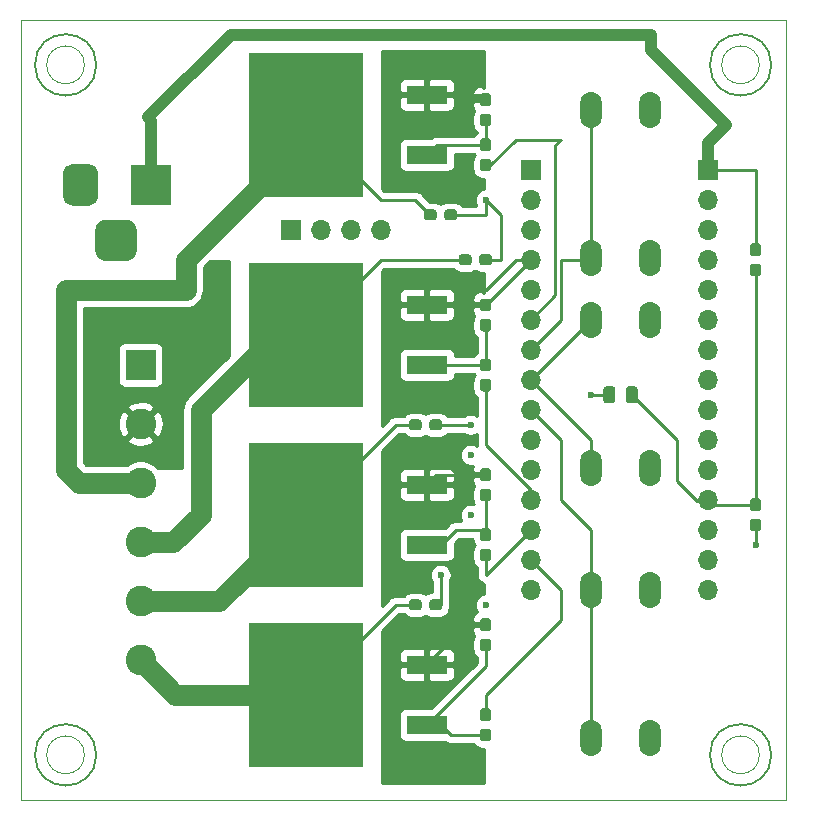
<source format=gbr>
%TF.GenerationSoftware,KiCad,Pcbnew,5.1.9-73d0e3b20d~88~ubuntu20.04.1*%
%TF.CreationDate,2021-01-06T22:16:02+03:00*%
%TF.ProjectId,RGBschildD2PAK,52474273-6368-4696-9c64-443250414b2e,rev?*%
%TF.SameCoordinates,Original*%
%TF.FileFunction,Copper,L1,Top*%
%TF.FilePolarity,Positive*%
%FSLAX46Y46*%
G04 Gerber Fmt 4.6, Leading zero omitted, Abs format (unit mm)*
G04 Created by KiCad (PCBNEW 5.1.9-73d0e3b20d~88~ubuntu20.04.1) date 2021-01-06 22:16:02*
%MOMM*%
%LPD*%
G01*
G04 APERTURE LIST*
%TA.AperFunction,NonConductor*%
%ADD10C,0.150000*%
%TD*%
%TA.AperFunction,Profile*%
%ADD11C,0.100000*%
%TD*%
%TA.AperFunction,ComponentPad*%
%ADD12O,1.700000X1.700000*%
%TD*%
%TA.AperFunction,ComponentPad*%
%ADD13R,1.700000X1.700000*%
%TD*%
%TA.AperFunction,SMDPad,CuDef*%
%ADD14R,3.500120X1.600200*%
%TD*%
%TA.AperFunction,SMDPad,CuDef*%
%ADD15R,9.751060X12.199620*%
%TD*%
%TA.AperFunction,ComponentPad*%
%ADD16O,1.850000X3.048000*%
%TD*%
%TA.AperFunction,ComponentPad*%
%ADD17C,2.600000*%
%TD*%
%TA.AperFunction,ComponentPad*%
%ADD18R,2.600000X2.600000*%
%TD*%
%TA.AperFunction,ComponentPad*%
%ADD19R,3.500000X3.500000*%
%TD*%
%TA.AperFunction,ViaPad*%
%ADD20C,0.600000*%
%TD*%
%TA.AperFunction,Conductor*%
%ADD21C,0.250000*%
%TD*%
%TA.AperFunction,Conductor*%
%ADD22C,1.000000*%
%TD*%
%TA.AperFunction,Conductor*%
%ADD23C,1.250000*%
%TD*%
%TA.AperFunction,Conductor*%
%ADD24C,1.800000*%
%TD*%
%TA.AperFunction,Conductor*%
%ADD25C,0.254000*%
%TD*%
%TA.AperFunction,Conductor*%
%ADD26C,0.150000*%
%TD*%
G04 APERTURE END LIST*
D10*
X160080000Y-120650000D02*
G75*
G03*
X160080000Y-120650000I-2600000J0D01*
G01*
D11*
X159080000Y-120650000D02*
G75*
G03*
X159080000Y-120650000I-1600000J0D01*
G01*
D10*
X102930000Y-120650000D02*
G75*
G03*
X102930000Y-120650000I-2600000J0D01*
G01*
D11*
X101930000Y-120650000D02*
G75*
G03*
X101930000Y-120650000I-1600000J0D01*
G01*
D10*
X160080000Y-62230000D02*
G75*
G03*
X160080000Y-62230000I-2600000J0D01*
G01*
D11*
X159080000Y-62230000D02*
G75*
G03*
X159080000Y-62230000I-1600000J0D01*
G01*
D10*
X102930000Y-62230000D02*
G75*
G03*
X102930000Y-62230000I-2600000J0D01*
G01*
D11*
X101930000Y-62230000D02*
G75*
G03*
X101930000Y-62230000I-1600000J0D01*
G01*
X96520000Y-58420000D02*
X161290000Y-58420000D01*
X96520000Y-58420000D02*
X96520000Y-124460000D01*
X161290000Y-124460000D02*
X161290000Y-58420000D01*
X96520000Y-124460000D02*
X161290000Y-124460000D01*
D12*
%TO.P,J1,4*%
%TO.N,5V*%
X127000000Y-76200000D03*
%TO.P,J1,3*%
%TO.N,GND*%
X124460000Y-76200000D03*
%TO.P,J1,2*%
%TO.N,D2*%
X121920000Y-76200000D03*
D13*
%TO.P,J1,1*%
%TO.N,D7*%
X119380000Y-76200000D03*
%TD*%
D14*
%TO.P,Q4,3*%
%TO.N,GND*%
X130924300Y-113030000D03*
%TO.P,Q4,1*%
%TO.N,Net-(Q4-Pad1)*%
X130924300Y-118110000D03*
D15*
%TO.P,Q4,2*%
%TO.N,W*%
X120650000Y-115570000D03*
%TD*%
D14*
%TO.P,Q3,3*%
%TO.N,GND*%
X130924300Y-82550000D03*
%TO.P,Q3,1*%
%TO.N,Net-(Q3-Pad1)*%
X130924300Y-87630000D03*
D15*
%TO.P,Q3,2*%
%TO.N,G*%
X120650000Y-85090000D03*
%TD*%
D14*
%TO.P,Q2,3*%
%TO.N,GND*%
X130924300Y-97790000D03*
%TO.P,Q2,1*%
%TO.N,Net-(Q2-Pad1)*%
X130924300Y-102870000D03*
D15*
%TO.P,Q2,2*%
%TO.N,B*%
X120650000Y-100330000D03*
%TD*%
D14*
%TO.P,Q1,3*%
%TO.N,GND*%
X130924300Y-64770000D03*
%TO.P,Q1,1*%
%TO.N,Net-(Q1-Pad1)*%
X130924300Y-69850000D03*
D15*
%TO.P,Q1,2*%
%TO.N,R*%
X120650000Y-67310000D03*
%TD*%
%TO.P,R14,2*%
%TO.N,GND*%
%TA.AperFunction,SMDPad,CuDef*%
G36*
G01*
X158512500Y-100655000D02*
X158987500Y-100655000D01*
G75*
G02*
X159225000Y-100892500I0J-237500D01*
G01*
X159225000Y-101492500D01*
G75*
G02*
X158987500Y-101730000I-237500J0D01*
G01*
X158512500Y-101730000D01*
G75*
G02*
X158275000Y-101492500I0J237500D01*
G01*
X158275000Y-100892500D01*
G75*
G02*
X158512500Y-100655000I237500J0D01*
G01*
G37*
%TD.AperFunction*%
%TO.P,R14,1*%
%TO.N,A0*%
%TA.AperFunction,SMDPad,CuDef*%
G36*
G01*
X158512500Y-98930000D02*
X158987500Y-98930000D01*
G75*
G02*
X159225000Y-99167500I0J-237500D01*
G01*
X159225000Y-99767500D01*
G75*
G02*
X158987500Y-100005000I-237500J0D01*
G01*
X158512500Y-100005000D01*
G75*
G02*
X158275000Y-99767500I0J237500D01*
G01*
X158275000Y-99167500D01*
G75*
G02*
X158512500Y-98930000I237500J0D01*
G01*
G37*
%TD.AperFunction*%
%TD*%
%TO.P,R13,2*%
%TO.N,A0*%
%TA.AperFunction,SMDPad,CuDef*%
G36*
G01*
X158512500Y-79065000D02*
X158987500Y-79065000D01*
G75*
G02*
X159225000Y-79302500I0J-237500D01*
G01*
X159225000Y-79902500D01*
G75*
G02*
X158987500Y-80140000I-237500J0D01*
G01*
X158512500Y-80140000D01*
G75*
G02*
X158275000Y-79902500I0J237500D01*
G01*
X158275000Y-79302500D01*
G75*
G02*
X158512500Y-79065000I237500J0D01*
G01*
G37*
%TD.AperFunction*%
%TO.P,R13,1*%
%TO.N,12V*%
%TA.AperFunction,SMDPad,CuDef*%
G36*
G01*
X158512500Y-77340000D02*
X158987500Y-77340000D01*
G75*
G02*
X159225000Y-77577500I0J-237500D01*
G01*
X159225000Y-78177500D01*
G75*
G02*
X158987500Y-78415000I-237500J0D01*
G01*
X158512500Y-78415000D01*
G75*
G02*
X158275000Y-78177500I0J237500D01*
G01*
X158275000Y-77577500D01*
G75*
G02*
X158512500Y-77340000I237500J0D01*
G01*
G37*
%TD.AperFunction*%
%TD*%
%TO.P,C1,2*%
%TO.N,GND*%
%TA.AperFunction,SMDPad,CuDef*%
G36*
G01*
X146870000Y-89695000D02*
X146870000Y-90645000D01*
G75*
G02*
X146620000Y-90895000I-250000J0D01*
G01*
X146120000Y-90895000D01*
G75*
G02*
X145870000Y-90645000I0J250000D01*
G01*
X145870000Y-89695000D01*
G75*
G02*
X146120000Y-89445000I250000J0D01*
G01*
X146620000Y-89445000D01*
G75*
G02*
X146870000Y-89695000I0J-250000D01*
G01*
G37*
%TD.AperFunction*%
%TO.P,C1,1*%
%TO.N,A0*%
%TA.AperFunction,SMDPad,CuDef*%
G36*
G01*
X148770000Y-89695000D02*
X148770000Y-90645000D01*
G75*
G02*
X148520000Y-90895000I-250000J0D01*
G01*
X148020000Y-90895000D01*
G75*
G02*
X147770000Y-90645000I0J250000D01*
G01*
X147770000Y-89695000D01*
G75*
G02*
X148020000Y-89445000I250000J0D01*
G01*
X148520000Y-89445000D01*
G75*
G02*
X148770000Y-89695000I0J-250000D01*
G01*
G37*
%TD.AperFunction*%
%TD*%
D16*
%TO.P,SW3,2*%
%TO.N,GND*%
X149780000Y-106680000D03*
%TO.P,SW3,1*%
%TO.N,D6*%
X144780000Y-106680000D03*
%TO.P,SW3,2*%
%TO.N,GND*%
X149780000Y-119180000D03*
%TO.P,SW3,1*%
%TO.N,D6*%
X144780000Y-119180000D03*
%TD*%
D12*
%TO.P,P2,15*%
%TO.N,/13(SCK)*%
X154686000Y-106680000D03*
%TO.P,P2,14*%
%TO.N,Net-(P2-Pad14)*%
X154686000Y-104140000D03*
%TO.P,P2,13*%
%TO.N,/AREF*%
X154686000Y-101600000D03*
%TO.P,P2,12*%
%TO.N,A0*%
X154686000Y-99060000D03*
%TO.P,P2,11*%
%TO.N,/A1*%
X154686000Y-96520000D03*
%TO.P,P2,10*%
%TO.N,/A2*%
X154686000Y-93980000D03*
%TO.P,P2,9*%
%TO.N,/A3*%
X154686000Y-91440000D03*
%TO.P,P2,8*%
%TO.N,/A4*%
X154686000Y-88900000D03*
%TO.P,P2,7*%
%TO.N,/A5*%
X154686000Y-86360000D03*
%TO.P,P2,6*%
%TO.N,/A6*%
X154686000Y-83820000D03*
%TO.P,P2,5*%
%TO.N,/A7*%
X154686000Y-81280000D03*
%TO.P,P2,4*%
%TO.N,5V*%
X154686000Y-78740000D03*
%TO.P,P2,3*%
%TO.N,Net-(P2-Pad3)*%
X154686000Y-76200000D03*
%TO.P,P2,2*%
%TO.N,GND*%
X154686000Y-73660000D03*
D13*
%TO.P,P2,1*%
%TO.N,12V*%
X154686000Y-71120000D03*
%TD*%
D16*
%TO.P,SW2,2*%
%TO.N,GND*%
X149780000Y-83820000D03*
%TO.P,SW2,1*%
%TO.N,D5*%
X144780000Y-83820000D03*
%TO.P,SW2,2*%
%TO.N,GND*%
X149780000Y-96320000D03*
%TO.P,SW2,1*%
%TO.N,D5*%
X144780000Y-96320000D03*
%TD*%
%TO.P,SW1,2*%
%TO.N,GND*%
X149780000Y-66040000D03*
%TO.P,SW1,1*%
%TO.N,D4*%
X144780000Y-66040000D03*
%TO.P,SW1,2*%
%TO.N,GND*%
X149780000Y-78540000D03*
%TO.P,SW1,1*%
%TO.N,D4*%
X144780000Y-78540000D03*
%TD*%
%TO.P,R12,2*%
%TO.N,12V*%
%TA.AperFunction,SMDPad,CuDef*%
G36*
G01*
X131135000Y-108187500D02*
X131135000Y-107712500D01*
G75*
G02*
X131372500Y-107475000I237500J0D01*
G01*
X131972500Y-107475000D01*
G75*
G02*
X132210000Y-107712500I0J-237500D01*
G01*
X132210000Y-108187500D01*
G75*
G02*
X131972500Y-108425000I-237500J0D01*
G01*
X131372500Y-108425000D01*
G75*
G02*
X131135000Y-108187500I0J237500D01*
G01*
G37*
%TD.AperFunction*%
%TO.P,R12,1*%
%TO.N,W*%
%TA.AperFunction,SMDPad,CuDef*%
G36*
G01*
X129410000Y-108187500D02*
X129410000Y-107712500D01*
G75*
G02*
X129647500Y-107475000I237500J0D01*
G01*
X130247500Y-107475000D01*
G75*
G02*
X130485000Y-107712500I0J-237500D01*
G01*
X130485000Y-108187500D01*
G75*
G02*
X130247500Y-108425000I-237500J0D01*
G01*
X129647500Y-108425000D01*
G75*
G02*
X129410000Y-108187500I0J237500D01*
G01*
G37*
%TD.AperFunction*%
%TD*%
%TO.P,R11,2*%
%TO.N,12V*%
%TA.AperFunction,SMDPad,CuDef*%
G36*
G01*
X135352500Y-78977500D02*
X135352500Y-78502500D01*
G75*
G02*
X135590000Y-78265000I237500J0D01*
G01*
X136190000Y-78265000D01*
G75*
G02*
X136427500Y-78502500I0J-237500D01*
G01*
X136427500Y-78977500D01*
G75*
G02*
X136190000Y-79215000I-237500J0D01*
G01*
X135590000Y-79215000D01*
G75*
G02*
X135352500Y-78977500I0J237500D01*
G01*
G37*
%TD.AperFunction*%
%TO.P,R11,1*%
%TO.N,G*%
%TA.AperFunction,SMDPad,CuDef*%
G36*
G01*
X133627500Y-78977500D02*
X133627500Y-78502500D01*
G75*
G02*
X133865000Y-78265000I237500J0D01*
G01*
X134465000Y-78265000D01*
G75*
G02*
X134702500Y-78502500I0J-237500D01*
G01*
X134702500Y-78977500D01*
G75*
G02*
X134465000Y-79215000I-237500J0D01*
G01*
X133865000Y-79215000D01*
G75*
G02*
X133627500Y-78977500I0J237500D01*
G01*
G37*
%TD.AperFunction*%
%TD*%
%TO.P,R10,2*%
%TO.N,Net-(Q4-Pad1)*%
%TA.AperFunction,SMDPad,CuDef*%
G36*
G01*
X135652500Y-110815000D02*
X136127500Y-110815000D01*
G75*
G02*
X136365000Y-111052500I0J-237500D01*
G01*
X136365000Y-111652500D01*
G75*
G02*
X136127500Y-111890000I-237500J0D01*
G01*
X135652500Y-111890000D01*
G75*
G02*
X135415000Y-111652500I0J237500D01*
G01*
X135415000Y-111052500D01*
G75*
G02*
X135652500Y-110815000I237500J0D01*
G01*
G37*
%TD.AperFunction*%
%TO.P,R10,1*%
%TO.N,GND*%
%TA.AperFunction,SMDPad,CuDef*%
G36*
G01*
X135652500Y-109090000D02*
X136127500Y-109090000D01*
G75*
G02*
X136365000Y-109327500I0J-237500D01*
G01*
X136365000Y-109927500D01*
G75*
G02*
X136127500Y-110165000I-237500J0D01*
G01*
X135652500Y-110165000D01*
G75*
G02*
X135415000Y-109927500I0J237500D01*
G01*
X135415000Y-109327500D01*
G75*
G02*
X135652500Y-109090000I237500J0D01*
G01*
G37*
%TD.AperFunction*%
%TD*%
%TO.P,R9,2*%
%TO.N,GND*%
%TA.AperFunction,SMDPad,CuDef*%
G36*
G01*
X136127500Y-83087500D02*
X135652500Y-83087500D01*
G75*
G02*
X135415000Y-82850000I0J237500D01*
G01*
X135415000Y-82250000D01*
G75*
G02*
X135652500Y-82012500I237500J0D01*
G01*
X136127500Y-82012500D01*
G75*
G02*
X136365000Y-82250000I0J-237500D01*
G01*
X136365000Y-82850000D01*
G75*
G02*
X136127500Y-83087500I-237500J0D01*
G01*
G37*
%TD.AperFunction*%
%TO.P,R9,1*%
%TO.N,Net-(Q3-Pad1)*%
%TA.AperFunction,SMDPad,CuDef*%
G36*
G01*
X136127500Y-84812500D02*
X135652500Y-84812500D01*
G75*
G02*
X135415000Y-84575000I0J237500D01*
G01*
X135415000Y-83975000D01*
G75*
G02*
X135652500Y-83737500I237500J0D01*
G01*
X136127500Y-83737500D01*
G75*
G02*
X136365000Y-83975000I0J-237500D01*
G01*
X136365000Y-84575000D01*
G75*
G02*
X136127500Y-84812500I-237500J0D01*
G01*
G37*
%TD.AperFunction*%
%TD*%
%TO.P,R8,2*%
%TO.N,Net-(Q4-Pad1)*%
%TA.AperFunction,SMDPad,CuDef*%
G36*
G01*
X135652500Y-118435000D02*
X136127500Y-118435000D01*
G75*
G02*
X136365000Y-118672500I0J-237500D01*
G01*
X136365000Y-119272500D01*
G75*
G02*
X136127500Y-119510000I-237500J0D01*
G01*
X135652500Y-119510000D01*
G75*
G02*
X135415000Y-119272500I0J237500D01*
G01*
X135415000Y-118672500D01*
G75*
G02*
X135652500Y-118435000I237500J0D01*
G01*
G37*
%TD.AperFunction*%
%TO.P,R8,1*%
%TO.N,D11*%
%TA.AperFunction,SMDPad,CuDef*%
G36*
G01*
X135652500Y-116710000D02*
X136127500Y-116710000D01*
G75*
G02*
X136365000Y-116947500I0J-237500D01*
G01*
X136365000Y-117547500D01*
G75*
G02*
X136127500Y-117785000I-237500J0D01*
G01*
X135652500Y-117785000D01*
G75*
G02*
X135415000Y-117547500I0J237500D01*
G01*
X135415000Y-116947500D01*
G75*
G02*
X135652500Y-116710000I237500J0D01*
G01*
G37*
%TD.AperFunction*%
%TD*%
%TO.P,R7,2*%
%TO.N,D9*%
%TA.AperFunction,SMDPad,CuDef*%
G36*
G01*
X135652500Y-88817500D02*
X136127500Y-88817500D01*
G75*
G02*
X136365000Y-89055000I0J-237500D01*
G01*
X136365000Y-89655000D01*
G75*
G02*
X136127500Y-89892500I-237500J0D01*
G01*
X135652500Y-89892500D01*
G75*
G02*
X135415000Y-89655000I0J237500D01*
G01*
X135415000Y-89055000D01*
G75*
G02*
X135652500Y-88817500I237500J0D01*
G01*
G37*
%TD.AperFunction*%
%TO.P,R7,1*%
%TO.N,Net-(Q3-Pad1)*%
%TA.AperFunction,SMDPad,CuDef*%
G36*
G01*
X135652500Y-87092500D02*
X136127500Y-87092500D01*
G75*
G02*
X136365000Y-87330000I0J-237500D01*
G01*
X136365000Y-87930000D01*
G75*
G02*
X136127500Y-88167500I-237500J0D01*
G01*
X135652500Y-88167500D01*
G75*
G02*
X135415000Y-87930000I0J237500D01*
G01*
X135415000Y-87330000D01*
G75*
G02*
X135652500Y-87092500I237500J0D01*
G01*
G37*
%TD.AperFunction*%
%TD*%
%TO.P,R6,2*%
%TO.N,12V*%
%TA.AperFunction,SMDPad,CuDef*%
G36*
G01*
X131135000Y-92947500D02*
X131135000Y-92472500D01*
G75*
G02*
X131372500Y-92235000I237500J0D01*
G01*
X131972500Y-92235000D01*
G75*
G02*
X132210000Y-92472500I0J-237500D01*
G01*
X132210000Y-92947500D01*
G75*
G02*
X131972500Y-93185000I-237500J0D01*
G01*
X131372500Y-93185000D01*
G75*
G02*
X131135000Y-92947500I0J237500D01*
G01*
G37*
%TD.AperFunction*%
%TO.P,R6,1*%
%TO.N,B*%
%TA.AperFunction,SMDPad,CuDef*%
G36*
G01*
X129410000Y-92947500D02*
X129410000Y-92472500D01*
G75*
G02*
X129647500Y-92235000I237500J0D01*
G01*
X130247500Y-92235000D01*
G75*
G02*
X130485000Y-92472500I0J-237500D01*
G01*
X130485000Y-92947500D01*
G75*
G02*
X130247500Y-93185000I-237500J0D01*
G01*
X129647500Y-93185000D01*
G75*
G02*
X129410000Y-92947500I0J237500D01*
G01*
G37*
%TD.AperFunction*%
%TD*%
%TO.P,R5,2*%
%TO.N,12V*%
%TA.AperFunction,SMDPad,CuDef*%
G36*
G01*
X132405000Y-75167500D02*
X132405000Y-74692500D01*
G75*
G02*
X132642500Y-74455000I237500J0D01*
G01*
X133242500Y-74455000D01*
G75*
G02*
X133480000Y-74692500I0J-237500D01*
G01*
X133480000Y-75167500D01*
G75*
G02*
X133242500Y-75405000I-237500J0D01*
G01*
X132642500Y-75405000D01*
G75*
G02*
X132405000Y-75167500I0J237500D01*
G01*
G37*
%TD.AperFunction*%
%TO.P,R5,1*%
%TO.N,R*%
%TA.AperFunction,SMDPad,CuDef*%
G36*
G01*
X130680000Y-75167500D02*
X130680000Y-74692500D01*
G75*
G02*
X130917500Y-74455000I237500J0D01*
G01*
X131517500Y-74455000D01*
G75*
G02*
X131755000Y-74692500I0J-237500D01*
G01*
X131755000Y-75167500D01*
G75*
G02*
X131517500Y-75405000I-237500J0D01*
G01*
X130917500Y-75405000D01*
G75*
G02*
X130680000Y-75167500I0J237500D01*
G01*
G37*
%TD.AperFunction*%
%TD*%
%TO.P,R4,2*%
%TO.N,Net-(Q2-Pad1)*%
%TA.AperFunction,SMDPad,CuDef*%
G36*
G01*
X135652500Y-98115000D02*
X136127500Y-98115000D01*
G75*
G02*
X136365000Y-98352500I0J-237500D01*
G01*
X136365000Y-98952500D01*
G75*
G02*
X136127500Y-99190000I-237500J0D01*
G01*
X135652500Y-99190000D01*
G75*
G02*
X135415000Y-98952500I0J237500D01*
G01*
X135415000Y-98352500D01*
G75*
G02*
X135652500Y-98115000I237500J0D01*
G01*
G37*
%TD.AperFunction*%
%TO.P,R4,1*%
%TO.N,GND*%
%TA.AperFunction,SMDPad,CuDef*%
G36*
G01*
X135652500Y-96390000D02*
X136127500Y-96390000D01*
G75*
G02*
X136365000Y-96627500I0J-237500D01*
G01*
X136365000Y-97227500D01*
G75*
G02*
X136127500Y-97465000I-237500J0D01*
G01*
X135652500Y-97465000D01*
G75*
G02*
X135415000Y-97227500I0J237500D01*
G01*
X135415000Y-96627500D01*
G75*
G02*
X135652500Y-96390000I237500J0D01*
G01*
G37*
%TD.AperFunction*%
%TD*%
%TO.P,R3,2*%
%TO.N,GND*%
%TA.AperFunction,SMDPad,CuDef*%
G36*
G01*
X136127500Y-65715000D02*
X135652500Y-65715000D01*
G75*
G02*
X135415000Y-65477500I0J237500D01*
G01*
X135415000Y-64877500D01*
G75*
G02*
X135652500Y-64640000I237500J0D01*
G01*
X136127500Y-64640000D01*
G75*
G02*
X136365000Y-64877500I0J-237500D01*
G01*
X136365000Y-65477500D01*
G75*
G02*
X136127500Y-65715000I-237500J0D01*
G01*
G37*
%TD.AperFunction*%
%TO.P,R3,1*%
%TO.N,Net-(Q1-Pad1)*%
%TA.AperFunction,SMDPad,CuDef*%
G36*
G01*
X136127500Y-67440000D02*
X135652500Y-67440000D01*
G75*
G02*
X135415000Y-67202500I0J237500D01*
G01*
X135415000Y-66602500D01*
G75*
G02*
X135652500Y-66365000I237500J0D01*
G01*
X136127500Y-66365000D01*
G75*
G02*
X136365000Y-66602500I0J-237500D01*
G01*
X136365000Y-67202500D01*
G75*
G02*
X136127500Y-67440000I-237500J0D01*
G01*
G37*
%TD.AperFunction*%
%TD*%
%TO.P,R2,2*%
%TO.N,Net-(Q2-Pad1)*%
%TA.AperFunction,SMDPad,CuDef*%
G36*
G01*
X136127500Y-102545000D02*
X135652500Y-102545000D01*
G75*
G02*
X135415000Y-102307500I0J237500D01*
G01*
X135415000Y-101707500D01*
G75*
G02*
X135652500Y-101470000I237500J0D01*
G01*
X136127500Y-101470000D01*
G75*
G02*
X136365000Y-101707500I0J-237500D01*
G01*
X136365000Y-102307500D01*
G75*
G02*
X136127500Y-102545000I-237500J0D01*
G01*
G37*
%TD.AperFunction*%
%TO.P,R2,1*%
%TO.N,D10*%
%TA.AperFunction,SMDPad,CuDef*%
G36*
G01*
X136127500Y-104270000D02*
X135652500Y-104270000D01*
G75*
G02*
X135415000Y-104032500I0J237500D01*
G01*
X135415000Y-103432500D01*
G75*
G02*
X135652500Y-103195000I237500J0D01*
G01*
X136127500Y-103195000D01*
G75*
G02*
X136365000Y-103432500I0J-237500D01*
G01*
X136365000Y-104032500D01*
G75*
G02*
X136127500Y-104270000I-237500J0D01*
G01*
G37*
%TD.AperFunction*%
%TD*%
%TO.P,R1,2*%
%TO.N,Net-(Q1-Pad1)*%
%TA.AperFunction,SMDPad,CuDef*%
G36*
G01*
X136127500Y-69525000D02*
X135652500Y-69525000D01*
G75*
G02*
X135415000Y-69287500I0J237500D01*
G01*
X135415000Y-68687500D01*
G75*
G02*
X135652500Y-68450000I237500J0D01*
G01*
X136127500Y-68450000D01*
G75*
G02*
X136365000Y-68687500I0J-237500D01*
G01*
X136365000Y-69287500D01*
G75*
G02*
X136127500Y-69525000I-237500J0D01*
G01*
G37*
%TD.AperFunction*%
%TO.P,R1,1*%
%TO.N,D3*%
%TA.AperFunction,SMDPad,CuDef*%
G36*
G01*
X136127500Y-71250000D02*
X135652500Y-71250000D01*
G75*
G02*
X135415000Y-71012500I0J237500D01*
G01*
X135415000Y-70412500D01*
G75*
G02*
X135652500Y-70175000I237500J0D01*
G01*
X136127500Y-70175000D01*
G75*
G02*
X136365000Y-70412500I0J-237500D01*
G01*
X136365000Y-71012500D01*
G75*
G02*
X136127500Y-71250000I-237500J0D01*
G01*
G37*
%TD.AperFunction*%
%TD*%
D12*
%TO.P,P1,15*%
%TO.N,/12(MISO)*%
X139700000Y-106680000D03*
%TO.P,P1,14*%
%TO.N,D11*%
X139700000Y-104140000D03*
%TO.P,P1,13*%
%TO.N,D10*%
X139700000Y-101600000D03*
%TO.P,P1,12*%
%TO.N,D9*%
X139700000Y-99060000D03*
%TO.P,P1,11*%
%TO.N,/8*%
X139700000Y-96520000D03*
%TO.P,P1,10*%
%TO.N,D7*%
X139700000Y-93980000D03*
%TO.P,P1,9*%
%TO.N,D6*%
X139700000Y-91440000D03*
%TO.P,P1,8*%
%TO.N,D5*%
X139700000Y-88900000D03*
%TO.P,P1,7*%
%TO.N,D4*%
X139700000Y-86360000D03*
%TO.P,P1,6*%
%TO.N,D3*%
X139700000Y-83820000D03*
%TO.P,P1,5*%
%TO.N,D2*%
X139700000Y-81280000D03*
%TO.P,P1,4*%
%TO.N,GND*%
X139700000Y-78740000D03*
%TO.P,P1,3*%
%TO.N,/Reset*%
X139700000Y-76200000D03*
%TO.P,P1,2*%
%TO.N,/0(Rx)*%
X139700000Y-73660000D03*
D13*
%TO.P,P1,1*%
%TO.N,/1(Tx)*%
X139700000Y-71120000D03*
%TD*%
D17*
%TO.P,J3,6*%
%TO.N,W*%
X106680000Y-112630000D03*
%TO.P,J3,5*%
%TO.N,B*%
X106680000Y-107630000D03*
%TO.P,J3,4*%
%TO.N,G*%
X106680000Y-102630000D03*
%TO.P,J3,3*%
%TO.N,R*%
X106680000Y-97630000D03*
%TO.P,J3,2*%
%TO.N,12V*%
X106680000Y-92630000D03*
D18*
%TO.P,J3,1*%
%TO.N,GND*%
X106680000Y-87630000D03*
%TD*%
%TO.P,J2,3*%
%TO.N,N/C*%
%TA.AperFunction,ComponentPad*%
G36*
G01*
X102850000Y-77965000D02*
X102850000Y-76215000D01*
G75*
G02*
X103725000Y-75340000I875000J0D01*
G01*
X105475000Y-75340000D01*
G75*
G02*
X106350000Y-76215000I0J-875000D01*
G01*
X106350000Y-77965000D01*
G75*
G02*
X105475000Y-78840000I-875000J0D01*
G01*
X103725000Y-78840000D01*
G75*
G02*
X102850000Y-77965000I0J875000D01*
G01*
G37*
%TD.AperFunction*%
%TO.P,J2,2*%
%TO.N,GND*%
%TA.AperFunction,ComponentPad*%
G36*
G01*
X100100000Y-73390000D02*
X100100000Y-71390000D01*
G75*
G02*
X100850000Y-70640000I750000J0D01*
G01*
X102350000Y-70640000D01*
G75*
G02*
X103100000Y-71390000I0J-750000D01*
G01*
X103100000Y-73390000D01*
G75*
G02*
X102350000Y-74140000I-750000J0D01*
G01*
X100850000Y-74140000D01*
G75*
G02*
X100100000Y-73390000I0J750000D01*
G01*
G37*
%TD.AperFunction*%
D19*
%TO.P,J2,1*%
%TO.N,12V*%
X107600000Y-72390000D03*
%TD*%
D20*
%TO.N,*%
X135890000Y-107950000D03*
%TO.N,GND*%
X158750000Y-102870000D03*
X144780000Y-90170000D03*
X133350000Y-110490000D03*
X133350000Y-64770000D03*
X129540000Y-80010000D03*
X130810000Y-80010000D03*
X132080000Y-80010000D03*
X133350000Y-81280000D03*
X133350000Y-82550000D03*
X133350000Y-83820000D03*
X132080000Y-110490000D03*
X130810000Y-110490000D03*
X129540000Y-110490000D03*
X128270000Y-110490000D03*
X130810000Y-115570000D03*
X129540000Y-115570000D03*
X128270000Y-115570000D03*
X129540000Y-95250000D03*
X130810000Y-95250000D03*
X132080000Y-95250000D03*
X128270000Y-95250000D03*
X129540000Y-100330000D03*
X130810000Y-100330000D03*
X132080000Y-100330000D03*
X128270000Y-100330000D03*
X128270000Y-80010000D03*
X130810000Y-85090000D03*
X129540000Y-85090000D03*
X128270000Y-85090000D03*
X132080000Y-85090000D03*
X133350000Y-85090000D03*
X128270000Y-62230000D03*
X129540000Y-62230000D03*
X130810000Y-62230000D03*
X132080000Y-62230000D03*
X133350000Y-62230000D03*
X133350000Y-63500000D03*
X133350000Y-66040000D03*
X133350000Y-67310000D03*
X132080000Y-67310000D03*
X130810000Y-67310000D03*
X129540000Y-67310000D03*
X128270000Y-67310000D03*
%TO.N,12V*%
X132080000Y-105410000D03*
X135890000Y-73660000D03*
X134620000Y-92710000D03*
X134620000Y-100330000D03*
X134620000Y-95250000D03*
X109220000Y-92710000D03*
X113030000Y-86360000D03*
X113030000Y-83820000D03*
X113030000Y-85090000D03*
X113030000Y-82550000D03*
X113030000Y-81280000D03*
X113030000Y-80010000D03*
%TD*%
D21*
%TO.N,GND*%
X135890000Y-82550000D02*
X133350000Y-82550000D01*
X135482500Y-64770000D02*
X135890000Y-65177500D01*
X130924300Y-64770000D02*
X133350000Y-64770000D01*
X130924300Y-97790000D02*
X130924300Y-97675700D01*
X131672500Y-96927500D02*
X134212500Y-96927500D01*
X130924300Y-97675700D02*
X131672500Y-96927500D01*
X130924300Y-113030000D02*
X130924300Y-112915700D01*
X134212500Y-109627500D02*
X135890000Y-109627500D01*
X130924300Y-112915700D02*
X133350000Y-110490000D01*
X133350000Y-110490000D02*
X134212500Y-109627500D01*
X133350000Y-82550000D02*
X133350000Y-82550000D01*
X133350000Y-64770000D02*
X135482500Y-64770000D01*
X133350000Y-82550000D02*
X130924300Y-82550000D01*
X134212500Y-96927500D02*
X135890000Y-96927500D01*
X146370000Y-90170000D02*
X144780000Y-90170000D01*
X158750000Y-102870000D02*
X158750000Y-101192500D01*
X135890000Y-82550000D02*
X139700000Y-78740000D01*
X133350000Y-81280000D02*
X135890000Y-81280000D01*
X138430000Y-78740000D02*
X139700000Y-78740000D01*
X135890000Y-81280000D02*
X138430000Y-78740000D01*
%TO.N,12V*%
X131672500Y-107950000D02*
X132080000Y-107950000D01*
X132080000Y-107950000D02*
X132080000Y-105410000D01*
X131672500Y-92710000D02*
X134620000Y-92710000D01*
X135890000Y-78740000D02*
X137160000Y-78740000D01*
X137160000Y-74930000D02*
X135890000Y-73660000D01*
X137160000Y-78740000D02*
X137160000Y-74930000D01*
X158750000Y-77877500D02*
X158750000Y-71120000D01*
X154813000Y-71120000D02*
X154686000Y-71247000D01*
X158750000Y-71120000D02*
X154813000Y-71120000D01*
D22*
X107600000Y-72390000D02*
X107600000Y-67719658D01*
X114300000Y-59690000D02*
X148530342Y-59690000D01*
X149860000Y-59690000D02*
X149860000Y-60960000D01*
X149860000Y-60960000D02*
X156210000Y-67310000D01*
X154686000Y-68834000D02*
X154686000Y-71247000D01*
X156210000Y-67310000D02*
X154686000Y-68834000D01*
X149860000Y-59690000D02*
X148530342Y-59690000D01*
D21*
X107600000Y-66960000D02*
X107315000Y-66675000D01*
D22*
X107600000Y-67719658D02*
X107600000Y-66960000D01*
X107315000Y-66675000D02*
X114300000Y-59690000D01*
D21*
X132942500Y-74930000D02*
X135890000Y-74930000D01*
X135890000Y-74930000D02*
X135890000Y-73660000D01*
%TO.N,R*%
X127000000Y-73660000D02*
X120650000Y-67310000D01*
D23*
X120650000Y-67310000D02*
X118110000Y-67310000D01*
X120650000Y-67310000D02*
X120650000Y-68580000D01*
X106520000Y-97790000D02*
X106680000Y-97630000D01*
D24*
X101440000Y-97630000D02*
X106680000Y-97630000D01*
X100330000Y-81280000D02*
X100330000Y-96520000D01*
X110490000Y-81280000D02*
X100330000Y-81280000D01*
X100330000Y-96520000D02*
X101440000Y-97630000D01*
X110490000Y-78740000D02*
X110490000Y-81280000D01*
X120650000Y-68580000D02*
X110490000Y-78740000D01*
D21*
X129947500Y-73660000D02*
X131217500Y-74930000D01*
X127000000Y-73660000D02*
X129947500Y-73660000D01*
%TO.N,G*%
X127000000Y-78740000D02*
X120650000Y-85090000D01*
X134165000Y-78740000D02*
X127000000Y-78740000D01*
D23*
X106920000Y-102870000D02*
X106680000Y-102630000D01*
D24*
X111760000Y-91440000D02*
X118110000Y-85090000D01*
X118110000Y-85090000D02*
X120650000Y-85090000D01*
X111760000Y-100330000D02*
X111760000Y-91440000D01*
X109460000Y-102630000D02*
X111760000Y-100330000D01*
X106680000Y-102630000D02*
X109460000Y-102630000D01*
D21*
%TO.N,B*%
X128270000Y-92710000D02*
X120650000Y-100330000D01*
X129947500Y-92710000D02*
X128270000Y-92710000D01*
D24*
X113350000Y-107630000D02*
X120650000Y-100330000D01*
X106680000Y-107630000D02*
X113350000Y-107630000D01*
D21*
%TO.N,W*%
X128270000Y-107950000D02*
X120650000Y-115570000D01*
X129947500Y-107950000D02*
X128270000Y-107950000D01*
D24*
X109620000Y-115570000D02*
X106680000Y-112630000D01*
X120650000Y-115570000D02*
X109620000Y-115570000D01*
D21*
%TO.N,D11*%
X135890000Y-117247500D02*
X135890000Y-115570000D01*
X135890000Y-115570000D02*
X142240000Y-109220000D01*
X142240000Y-106680000D02*
X139700000Y-104140000D01*
X142240000Y-109220000D02*
X142240000Y-106680000D01*
%TO.N,D10*%
X135890000Y-103732500D02*
X135890000Y-105410000D01*
X135890000Y-105410000D02*
X139700000Y-101600000D01*
%TO.N,D9*%
X139700000Y-98259002D02*
X139700000Y-99060000D01*
X135890000Y-94449002D02*
X139700000Y-98259002D01*
X135890000Y-89355000D02*
X135890000Y-94449002D01*
%TO.N,D5*%
X144780000Y-93980000D02*
X139700000Y-88900000D01*
X144780000Y-96320000D02*
X144780000Y-93980000D01*
X139700000Y-88900000D02*
X144780000Y-83820000D01*
%TO.N,D4*%
X139700000Y-86360000D02*
X142240000Y-83820000D01*
X142240000Y-83820000D02*
X142240000Y-78740000D01*
X144580000Y-78740000D02*
X144780000Y-78540000D01*
X142240000Y-78740000D02*
X144580000Y-78740000D01*
X144780000Y-78540000D02*
X144780000Y-66040000D01*
%TO.N,D3*%
X142240000Y-68580000D02*
X141789990Y-69030010D01*
X141789990Y-81730010D02*
X139700000Y-83820000D01*
X138430000Y-68580000D02*
X142240000Y-68580000D01*
X136297500Y-70712500D02*
X138430000Y-68580000D01*
X141789990Y-69030010D02*
X141789990Y-81730010D01*
X135890000Y-70712500D02*
X136297500Y-70712500D01*
%TO.N,Net-(Q1-Pad1)*%
X131786800Y-68987500D02*
X130924300Y-69850000D01*
X135890000Y-68987500D02*
X131786800Y-68987500D01*
X135890000Y-66902500D02*
X135890000Y-68987500D01*
%TO.N,Net-(Q2-Pad1)*%
X130924300Y-102870000D02*
X132080000Y-102870000D01*
X132080000Y-102870000D02*
X133350000Y-101600000D01*
X135482500Y-101600000D02*
X135890000Y-102007500D01*
X133350000Y-101600000D02*
X135482500Y-101600000D01*
X135890000Y-98652500D02*
X135890000Y-102007500D01*
%TO.N,Net-(Q3-Pad1)*%
X135890000Y-84275000D02*
X135890000Y-87630000D01*
X130924300Y-87630000D02*
X135890000Y-87630000D01*
%TO.N,Net-(Q4-Pad1)*%
X130924300Y-118110000D02*
X132080000Y-118110000D01*
X132942500Y-118972500D02*
X135890000Y-118972500D01*
X132080000Y-118110000D02*
X132942500Y-118972500D01*
X135890000Y-113144300D02*
X130924300Y-118110000D01*
X135890000Y-111352500D02*
X135890000Y-113144300D01*
%TO.N,D6*%
X144780000Y-119180000D02*
X144780000Y-106680000D01*
X144780000Y-106680000D02*
X144780000Y-101600000D01*
X144780000Y-101600000D02*
X142240000Y-99060000D01*
X142240000Y-93980000D02*
X139700000Y-91440000D01*
X142240000Y-99060000D02*
X142240000Y-93980000D01*
%TO.N,A0*%
X154966500Y-99467500D02*
X154686000Y-99187000D01*
X158750000Y-99467500D02*
X154966500Y-99467500D01*
X158750000Y-99467500D02*
X158750000Y-79602500D01*
X148270000Y-90170000D02*
X152080000Y-93980000D01*
X152080000Y-93980000D02*
X152080000Y-97470000D01*
X153797000Y-99187000D02*
X154686000Y-99187000D01*
X152080000Y-97470000D02*
X153797000Y-99187000D01*
%TD*%
D25*
%TO.N,GND*%
X129028377Y-93566623D02*
X129161058Y-93675512D01*
X129312433Y-93756423D01*
X129476684Y-93806248D01*
X129647500Y-93823072D01*
X130247500Y-93823072D01*
X130418316Y-93806248D01*
X130582567Y-93756423D01*
X130733942Y-93675512D01*
X130810000Y-93613093D01*
X130886058Y-93675512D01*
X131037433Y-93756423D01*
X131201684Y-93806248D01*
X131372500Y-93823072D01*
X131972500Y-93823072D01*
X132143316Y-93806248D01*
X132307567Y-93756423D01*
X132458942Y-93675512D01*
X132591623Y-93566623D01*
X132670920Y-93470000D01*
X134074465Y-93470000D01*
X134177111Y-93538586D01*
X134347271Y-93609068D01*
X134527911Y-93645000D01*
X134712089Y-93645000D01*
X134892729Y-93609068D01*
X135062889Y-93538586D01*
X135130001Y-93493743D01*
X135130001Y-94411670D01*
X135126324Y-94449002D01*
X135127884Y-94464842D01*
X135062889Y-94421414D01*
X134892729Y-94350932D01*
X134712089Y-94315000D01*
X134527911Y-94315000D01*
X134347271Y-94350932D01*
X134177111Y-94421414D01*
X134023972Y-94523738D01*
X133893738Y-94653972D01*
X133791414Y-94807111D01*
X133720932Y-94977271D01*
X133685000Y-95157911D01*
X133685000Y-95342089D01*
X133720932Y-95522729D01*
X133791414Y-95692889D01*
X133893738Y-95846028D01*
X134023972Y-95976262D01*
X134177111Y-96078586D01*
X134347271Y-96149068D01*
X134527911Y-96185000D01*
X134712089Y-96185000D01*
X134820132Y-96163509D01*
X134789188Y-96265518D01*
X134776928Y-96390000D01*
X134780000Y-96641750D01*
X134938750Y-96800500D01*
X135763000Y-96800500D01*
X135763000Y-97054500D01*
X134938750Y-97054500D01*
X134780000Y-97213250D01*
X134776928Y-97465000D01*
X134789188Y-97589482D01*
X134825498Y-97709180D01*
X134884463Y-97819494D01*
X134923774Y-97867394D01*
X134843577Y-98017433D01*
X134793752Y-98181684D01*
X134776928Y-98352500D01*
X134776928Y-98952500D01*
X134793752Y-99123316D01*
X134843577Y-99287567D01*
X134924488Y-99438942D01*
X134930885Y-99446737D01*
X134892729Y-99430932D01*
X134712089Y-99395000D01*
X134527911Y-99395000D01*
X134347271Y-99430932D01*
X134177111Y-99501414D01*
X134023972Y-99603738D01*
X133893738Y-99733972D01*
X133791414Y-99887111D01*
X133720932Y-100057271D01*
X133685000Y-100237911D01*
X133685000Y-100422089D01*
X133720932Y-100602729D01*
X133791414Y-100772889D01*
X133836256Y-100840000D01*
X133387322Y-100840000D01*
X133349999Y-100836324D01*
X133312676Y-100840000D01*
X133312667Y-100840000D01*
X133201014Y-100850997D01*
X133057753Y-100894454D01*
X132925724Y-100965026D01*
X132809999Y-101059999D01*
X132786201Y-101088997D01*
X132443370Y-101431828D01*
X129174240Y-101431828D01*
X129049758Y-101444088D01*
X128930060Y-101480398D01*
X128819746Y-101539363D01*
X128723055Y-101618715D01*
X128643703Y-101715406D01*
X128584738Y-101825720D01*
X128548428Y-101945418D01*
X128536168Y-102069900D01*
X128536168Y-103670100D01*
X128548428Y-103794582D01*
X128584738Y-103914280D01*
X128643703Y-104024594D01*
X128723055Y-104121285D01*
X128819746Y-104200637D01*
X128930060Y-104259602D01*
X129049758Y-104295912D01*
X129174240Y-104308172D01*
X132674360Y-104308172D01*
X132798842Y-104295912D01*
X132918540Y-104259602D01*
X133028854Y-104200637D01*
X133125545Y-104121285D01*
X133204897Y-104024594D01*
X133263862Y-103914280D01*
X133300172Y-103794582D01*
X133312432Y-103670100D01*
X133312432Y-102712370D01*
X133664802Y-102360000D01*
X134782099Y-102360000D01*
X134793752Y-102478316D01*
X134843577Y-102642567D01*
X134924488Y-102793942D01*
X134986907Y-102870000D01*
X134924488Y-102946058D01*
X134843577Y-103097433D01*
X134793752Y-103261684D01*
X134776928Y-103432500D01*
X134776928Y-104032500D01*
X134793752Y-104203316D01*
X134843577Y-104367567D01*
X134924488Y-104518942D01*
X135033377Y-104651623D01*
X135130001Y-104730920D01*
X135130001Y-105372667D01*
X135126324Y-105410000D01*
X135140998Y-105558985D01*
X135184454Y-105702246D01*
X135255026Y-105834276D01*
X135349999Y-105950001D01*
X135465724Y-106044974D01*
X135597754Y-106115546D01*
X135741015Y-106159003D01*
X135763000Y-106161168D01*
X135763000Y-107021944D01*
X135617271Y-107050932D01*
X135447111Y-107121414D01*
X135293972Y-107223738D01*
X135163738Y-107353972D01*
X135061414Y-107507111D01*
X134990932Y-107677271D01*
X134955000Y-107857911D01*
X134955000Y-108042089D01*
X134990932Y-108222729D01*
X135061414Y-108392889D01*
X135143186Y-108515269D01*
X135060506Y-108559463D01*
X134963815Y-108638815D01*
X134884463Y-108735506D01*
X134825498Y-108845820D01*
X134789188Y-108965518D01*
X134776928Y-109090000D01*
X134780000Y-109341750D01*
X134938750Y-109500500D01*
X135763000Y-109500500D01*
X135763000Y-109754500D01*
X134938750Y-109754500D01*
X134780000Y-109913250D01*
X134776928Y-110165000D01*
X134789188Y-110289482D01*
X134825498Y-110409180D01*
X134884463Y-110519494D01*
X134923774Y-110567394D01*
X134843577Y-110717433D01*
X134793752Y-110881684D01*
X134776928Y-111052500D01*
X134776928Y-111652500D01*
X134793752Y-111823316D01*
X134843577Y-111987567D01*
X134924488Y-112138942D01*
X135033377Y-112271623D01*
X135130001Y-112350920D01*
X135130001Y-112829497D01*
X131287671Y-116671828D01*
X129174240Y-116671828D01*
X129049758Y-116684088D01*
X128930060Y-116720398D01*
X128819746Y-116779363D01*
X128723055Y-116858715D01*
X128643703Y-116955406D01*
X128584738Y-117065720D01*
X128548428Y-117185418D01*
X128536168Y-117309900D01*
X128536168Y-118910100D01*
X128548428Y-119034582D01*
X128584738Y-119154280D01*
X128643703Y-119264594D01*
X128723055Y-119361285D01*
X128819746Y-119440637D01*
X128930060Y-119499602D01*
X129049758Y-119535912D01*
X129174240Y-119548172D01*
X132445964Y-119548172D01*
X132518224Y-119607474D01*
X132650253Y-119678046D01*
X132793514Y-119721503D01*
X132905167Y-119732500D01*
X132905176Y-119732500D01*
X132942499Y-119736176D01*
X132979822Y-119732500D01*
X134910355Y-119732500D01*
X134924488Y-119758942D01*
X135033377Y-119891623D01*
X135166058Y-120000512D01*
X135317433Y-120081423D01*
X135481684Y-120131248D01*
X135652500Y-120148072D01*
X135763000Y-120148072D01*
X135763000Y-123063000D01*
X127127000Y-123063000D01*
X127127000Y-113830100D01*
X128536168Y-113830100D01*
X128548428Y-113954582D01*
X128584738Y-114074280D01*
X128643703Y-114184594D01*
X128723055Y-114281285D01*
X128819746Y-114360637D01*
X128930060Y-114419602D01*
X129049758Y-114455912D01*
X129174240Y-114468172D01*
X130638550Y-114465100D01*
X130797300Y-114306350D01*
X130797300Y-113157000D01*
X131051300Y-113157000D01*
X131051300Y-114306350D01*
X131210050Y-114465100D01*
X132674360Y-114468172D01*
X132798842Y-114455912D01*
X132918540Y-114419602D01*
X133028854Y-114360637D01*
X133125545Y-114281285D01*
X133204897Y-114184594D01*
X133263862Y-114074280D01*
X133300172Y-113954582D01*
X133312432Y-113830100D01*
X133309360Y-113315750D01*
X133150610Y-113157000D01*
X131051300Y-113157000D01*
X130797300Y-113157000D01*
X128697990Y-113157000D01*
X128539240Y-113315750D01*
X128536168Y-113830100D01*
X127127000Y-113830100D01*
X127127000Y-112229900D01*
X128536168Y-112229900D01*
X128539240Y-112744250D01*
X128697990Y-112903000D01*
X130797300Y-112903000D01*
X130797300Y-111753650D01*
X131051300Y-111753650D01*
X131051300Y-112903000D01*
X133150610Y-112903000D01*
X133309360Y-112744250D01*
X133312432Y-112229900D01*
X133300172Y-112105418D01*
X133263862Y-111985720D01*
X133204897Y-111875406D01*
X133125545Y-111778715D01*
X133028854Y-111699363D01*
X132918540Y-111640398D01*
X132798842Y-111604088D01*
X132674360Y-111591828D01*
X131210050Y-111594900D01*
X131051300Y-111753650D01*
X130797300Y-111753650D01*
X130638550Y-111594900D01*
X129174240Y-111591828D01*
X129049758Y-111604088D01*
X128930060Y-111640398D01*
X128819746Y-111699363D01*
X128723055Y-111778715D01*
X128643703Y-111875406D01*
X128584738Y-111985720D01*
X128548428Y-112105418D01*
X128536168Y-112229900D01*
X127127000Y-112229900D01*
X127127000Y-110167802D01*
X128584802Y-108710000D01*
X128949080Y-108710000D01*
X129028377Y-108806623D01*
X129161058Y-108915512D01*
X129312433Y-108996423D01*
X129476684Y-109046248D01*
X129647500Y-109063072D01*
X130247500Y-109063072D01*
X130418316Y-109046248D01*
X130582567Y-108996423D01*
X130733942Y-108915512D01*
X130810000Y-108853093D01*
X130886058Y-108915512D01*
X131037433Y-108996423D01*
X131201684Y-109046248D01*
X131372500Y-109063072D01*
X131972500Y-109063072D01*
X132143316Y-109046248D01*
X132307567Y-108996423D01*
X132458942Y-108915512D01*
X132591623Y-108806623D01*
X132700512Y-108673942D01*
X132781423Y-108522567D01*
X132831248Y-108358316D01*
X132848072Y-108187500D01*
X132848072Y-107712500D01*
X132840000Y-107630544D01*
X132840000Y-105955535D01*
X132908586Y-105852889D01*
X132979068Y-105682729D01*
X133015000Y-105502089D01*
X133015000Y-105317911D01*
X132979068Y-105137271D01*
X132908586Y-104967111D01*
X132806262Y-104813972D01*
X132676028Y-104683738D01*
X132522889Y-104581414D01*
X132352729Y-104510932D01*
X132172089Y-104475000D01*
X131987911Y-104475000D01*
X131807271Y-104510932D01*
X131637111Y-104581414D01*
X131483972Y-104683738D01*
X131353738Y-104813972D01*
X131251414Y-104967111D01*
X131180932Y-105137271D01*
X131145000Y-105317911D01*
X131145000Y-105502089D01*
X131180932Y-105682729D01*
X131251414Y-105852889D01*
X131320001Y-105955537D01*
X131320000Y-106842099D01*
X131201684Y-106853752D01*
X131037433Y-106903577D01*
X130886058Y-106984488D01*
X130810000Y-107046907D01*
X130733942Y-106984488D01*
X130582567Y-106903577D01*
X130418316Y-106853752D01*
X130247500Y-106836928D01*
X129647500Y-106836928D01*
X129476684Y-106853752D01*
X129312433Y-106903577D01*
X129161058Y-106984488D01*
X129028377Y-107093377D01*
X128949080Y-107190000D01*
X128307322Y-107190000D01*
X128269999Y-107186324D01*
X128232676Y-107190000D01*
X128232667Y-107190000D01*
X128121014Y-107200997D01*
X127977753Y-107244454D01*
X127845724Y-107315026D01*
X127729999Y-107409999D01*
X127706201Y-107438997D01*
X127127000Y-108018198D01*
X127127000Y-98590100D01*
X128536168Y-98590100D01*
X128548428Y-98714582D01*
X128584738Y-98834280D01*
X128643703Y-98944594D01*
X128723055Y-99041285D01*
X128819746Y-99120637D01*
X128930060Y-99179602D01*
X129049758Y-99215912D01*
X129174240Y-99228172D01*
X130638550Y-99225100D01*
X130797300Y-99066350D01*
X130797300Y-97917000D01*
X131051300Y-97917000D01*
X131051300Y-99066350D01*
X131210050Y-99225100D01*
X132674360Y-99228172D01*
X132798842Y-99215912D01*
X132918540Y-99179602D01*
X133028854Y-99120637D01*
X133125545Y-99041285D01*
X133204897Y-98944594D01*
X133263862Y-98834280D01*
X133300172Y-98714582D01*
X133312432Y-98590100D01*
X133309360Y-98075750D01*
X133150610Y-97917000D01*
X131051300Y-97917000D01*
X130797300Y-97917000D01*
X128697990Y-97917000D01*
X128539240Y-98075750D01*
X128536168Y-98590100D01*
X127127000Y-98590100D01*
X127127000Y-96989900D01*
X128536168Y-96989900D01*
X128539240Y-97504250D01*
X128697990Y-97663000D01*
X130797300Y-97663000D01*
X130797300Y-96513650D01*
X131051300Y-96513650D01*
X131051300Y-97663000D01*
X133150610Y-97663000D01*
X133309360Y-97504250D01*
X133312432Y-96989900D01*
X133300172Y-96865418D01*
X133263862Y-96745720D01*
X133204897Y-96635406D01*
X133125545Y-96538715D01*
X133028854Y-96459363D01*
X132918540Y-96400398D01*
X132798842Y-96364088D01*
X132674360Y-96351828D01*
X131210050Y-96354900D01*
X131051300Y-96513650D01*
X130797300Y-96513650D01*
X130638550Y-96354900D01*
X129174240Y-96351828D01*
X129049758Y-96364088D01*
X128930060Y-96400398D01*
X128819746Y-96459363D01*
X128723055Y-96538715D01*
X128643703Y-96635406D01*
X128584738Y-96745720D01*
X128548428Y-96865418D01*
X128536168Y-96989900D01*
X127127000Y-96989900D01*
X127127000Y-94927802D01*
X128584802Y-93470000D01*
X128949080Y-93470000D01*
X129028377Y-93566623D01*
%TA.AperFunction,Conductor*%
D26*
G36*
X129028377Y-93566623D02*
G01*
X129161058Y-93675512D01*
X129312433Y-93756423D01*
X129476684Y-93806248D01*
X129647500Y-93823072D01*
X130247500Y-93823072D01*
X130418316Y-93806248D01*
X130582567Y-93756423D01*
X130733942Y-93675512D01*
X130810000Y-93613093D01*
X130886058Y-93675512D01*
X131037433Y-93756423D01*
X131201684Y-93806248D01*
X131372500Y-93823072D01*
X131972500Y-93823072D01*
X132143316Y-93806248D01*
X132307567Y-93756423D01*
X132458942Y-93675512D01*
X132591623Y-93566623D01*
X132670920Y-93470000D01*
X134074465Y-93470000D01*
X134177111Y-93538586D01*
X134347271Y-93609068D01*
X134527911Y-93645000D01*
X134712089Y-93645000D01*
X134892729Y-93609068D01*
X135062889Y-93538586D01*
X135130001Y-93493743D01*
X135130001Y-94411670D01*
X135126324Y-94449002D01*
X135127884Y-94464842D01*
X135062889Y-94421414D01*
X134892729Y-94350932D01*
X134712089Y-94315000D01*
X134527911Y-94315000D01*
X134347271Y-94350932D01*
X134177111Y-94421414D01*
X134023972Y-94523738D01*
X133893738Y-94653972D01*
X133791414Y-94807111D01*
X133720932Y-94977271D01*
X133685000Y-95157911D01*
X133685000Y-95342089D01*
X133720932Y-95522729D01*
X133791414Y-95692889D01*
X133893738Y-95846028D01*
X134023972Y-95976262D01*
X134177111Y-96078586D01*
X134347271Y-96149068D01*
X134527911Y-96185000D01*
X134712089Y-96185000D01*
X134820132Y-96163509D01*
X134789188Y-96265518D01*
X134776928Y-96390000D01*
X134780000Y-96641750D01*
X134938750Y-96800500D01*
X135763000Y-96800500D01*
X135763000Y-97054500D01*
X134938750Y-97054500D01*
X134780000Y-97213250D01*
X134776928Y-97465000D01*
X134789188Y-97589482D01*
X134825498Y-97709180D01*
X134884463Y-97819494D01*
X134923774Y-97867394D01*
X134843577Y-98017433D01*
X134793752Y-98181684D01*
X134776928Y-98352500D01*
X134776928Y-98952500D01*
X134793752Y-99123316D01*
X134843577Y-99287567D01*
X134924488Y-99438942D01*
X134930885Y-99446737D01*
X134892729Y-99430932D01*
X134712089Y-99395000D01*
X134527911Y-99395000D01*
X134347271Y-99430932D01*
X134177111Y-99501414D01*
X134023972Y-99603738D01*
X133893738Y-99733972D01*
X133791414Y-99887111D01*
X133720932Y-100057271D01*
X133685000Y-100237911D01*
X133685000Y-100422089D01*
X133720932Y-100602729D01*
X133791414Y-100772889D01*
X133836256Y-100840000D01*
X133387322Y-100840000D01*
X133349999Y-100836324D01*
X133312676Y-100840000D01*
X133312667Y-100840000D01*
X133201014Y-100850997D01*
X133057753Y-100894454D01*
X132925724Y-100965026D01*
X132809999Y-101059999D01*
X132786201Y-101088997D01*
X132443370Y-101431828D01*
X129174240Y-101431828D01*
X129049758Y-101444088D01*
X128930060Y-101480398D01*
X128819746Y-101539363D01*
X128723055Y-101618715D01*
X128643703Y-101715406D01*
X128584738Y-101825720D01*
X128548428Y-101945418D01*
X128536168Y-102069900D01*
X128536168Y-103670100D01*
X128548428Y-103794582D01*
X128584738Y-103914280D01*
X128643703Y-104024594D01*
X128723055Y-104121285D01*
X128819746Y-104200637D01*
X128930060Y-104259602D01*
X129049758Y-104295912D01*
X129174240Y-104308172D01*
X132674360Y-104308172D01*
X132798842Y-104295912D01*
X132918540Y-104259602D01*
X133028854Y-104200637D01*
X133125545Y-104121285D01*
X133204897Y-104024594D01*
X133263862Y-103914280D01*
X133300172Y-103794582D01*
X133312432Y-103670100D01*
X133312432Y-102712370D01*
X133664802Y-102360000D01*
X134782099Y-102360000D01*
X134793752Y-102478316D01*
X134843577Y-102642567D01*
X134924488Y-102793942D01*
X134986907Y-102870000D01*
X134924488Y-102946058D01*
X134843577Y-103097433D01*
X134793752Y-103261684D01*
X134776928Y-103432500D01*
X134776928Y-104032500D01*
X134793752Y-104203316D01*
X134843577Y-104367567D01*
X134924488Y-104518942D01*
X135033377Y-104651623D01*
X135130001Y-104730920D01*
X135130001Y-105372667D01*
X135126324Y-105410000D01*
X135140998Y-105558985D01*
X135184454Y-105702246D01*
X135255026Y-105834276D01*
X135349999Y-105950001D01*
X135465724Y-106044974D01*
X135597754Y-106115546D01*
X135741015Y-106159003D01*
X135763000Y-106161168D01*
X135763000Y-107021944D01*
X135617271Y-107050932D01*
X135447111Y-107121414D01*
X135293972Y-107223738D01*
X135163738Y-107353972D01*
X135061414Y-107507111D01*
X134990932Y-107677271D01*
X134955000Y-107857911D01*
X134955000Y-108042089D01*
X134990932Y-108222729D01*
X135061414Y-108392889D01*
X135143186Y-108515269D01*
X135060506Y-108559463D01*
X134963815Y-108638815D01*
X134884463Y-108735506D01*
X134825498Y-108845820D01*
X134789188Y-108965518D01*
X134776928Y-109090000D01*
X134780000Y-109341750D01*
X134938750Y-109500500D01*
X135763000Y-109500500D01*
X135763000Y-109754500D01*
X134938750Y-109754500D01*
X134780000Y-109913250D01*
X134776928Y-110165000D01*
X134789188Y-110289482D01*
X134825498Y-110409180D01*
X134884463Y-110519494D01*
X134923774Y-110567394D01*
X134843577Y-110717433D01*
X134793752Y-110881684D01*
X134776928Y-111052500D01*
X134776928Y-111652500D01*
X134793752Y-111823316D01*
X134843577Y-111987567D01*
X134924488Y-112138942D01*
X135033377Y-112271623D01*
X135130001Y-112350920D01*
X135130001Y-112829497D01*
X131287671Y-116671828D01*
X129174240Y-116671828D01*
X129049758Y-116684088D01*
X128930060Y-116720398D01*
X128819746Y-116779363D01*
X128723055Y-116858715D01*
X128643703Y-116955406D01*
X128584738Y-117065720D01*
X128548428Y-117185418D01*
X128536168Y-117309900D01*
X128536168Y-118910100D01*
X128548428Y-119034582D01*
X128584738Y-119154280D01*
X128643703Y-119264594D01*
X128723055Y-119361285D01*
X128819746Y-119440637D01*
X128930060Y-119499602D01*
X129049758Y-119535912D01*
X129174240Y-119548172D01*
X132445964Y-119548172D01*
X132518224Y-119607474D01*
X132650253Y-119678046D01*
X132793514Y-119721503D01*
X132905167Y-119732500D01*
X132905176Y-119732500D01*
X132942499Y-119736176D01*
X132979822Y-119732500D01*
X134910355Y-119732500D01*
X134924488Y-119758942D01*
X135033377Y-119891623D01*
X135166058Y-120000512D01*
X135317433Y-120081423D01*
X135481684Y-120131248D01*
X135652500Y-120148072D01*
X135763000Y-120148072D01*
X135763000Y-123063000D01*
X127127000Y-123063000D01*
X127127000Y-113830100D01*
X128536168Y-113830100D01*
X128548428Y-113954582D01*
X128584738Y-114074280D01*
X128643703Y-114184594D01*
X128723055Y-114281285D01*
X128819746Y-114360637D01*
X128930060Y-114419602D01*
X129049758Y-114455912D01*
X129174240Y-114468172D01*
X130638550Y-114465100D01*
X130797300Y-114306350D01*
X130797300Y-113157000D01*
X131051300Y-113157000D01*
X131051300Y-114306350D01*
X131210050Y-114465100D01*
X132674360Y-114468172D01*
X132798842Y-114455912D01*
X132918540Y-114419602D01*
X133028854Y-114360637D01*
X133125545Y-114281285D01*
X133204897Y-114184594D01*
X133263862Y-114074280D01*
X133300172Y-113954582D01*
X133312432Y-113830100D01*
X133309360Y-113315750D01*
X133150610Y-113157000D01*
X131051300Y-113157000D01*
X130797300Y-113157000D01*
X128697990Y-113157000D01*
X128539240Y-113315750D01*
X128536168Y-113830100D01*
X127127000Y-113830100D01*
X127127000Y-112229900D01*
X128536168Y-112229900D01*
X128539240Y-112744250D01*
X128697990Y-112903000D01*
X130797300Y-112903000D01*
X130797300Y-111753650D01*
X131051300Y-111753650D01*
X131051300Y-112903000D01*
X133150610Y-112903000D01*
X133309360Y-112744250D01*
X133312432Y-112229900D01*
X133300172Y-112105418D01*
X133263862Y-111985720D01*
X133204897Y-111875406D01*
X133125545Y-111778715D01*
X133028854Y-111699363D01*
X132918540Y-111640398D01*
X132798842Y-111604088D01*
X132674360Y-111591828D01*
X131210050Y-111594900D01*
X131051300Y-111753650D01*
X130797300Y-111753650D01*
X130638550Y-111594900D01*
X129174240Y-111591828D01*
X129049758Y-111604088D01*
X128930060Y-111640398D01*
X128819746Y-111699363D01*
X128723055Y-111778715D01*
X128643703Y-111875406D01*
X128584738Y-111985720D01*
X128548428Y-112105418D01*
X128536168Y-112229900D01*
X127127000Y-112229900D01*
X127127000Y-110167802D01*
X128584802Y-108710000D01*
X128949080Y-108710000D01*
X129028377Y-108806623D01*
X129161058Y-108915512D01*
X129312433Y-108996423D01*
X129476684Y-109046248D01*
X129647500Y-109063072D01*
X130247500Y-109063072D01*
X130418316Y-109046248D01*
X130582567Y-108996423D01*
X130733942Y-108915512D01*
X130810000Y-108853093D01*
X130886058Y-108915512D01*
X131037433Y-108996423D01*
X131201684Y-109046248D01*
X131372500Y-109063072D01*
X131972500Y-109063072D01*
X132143316Y-109046248D01*
X132307567Y-108996423D01*
X132458942Y-108915512D01*
X132591623Y-108806623D01*
X132700512Y-108673942D01*
X132781423Y-108522567D01*
X132831248Y-108358316D01*
X132848072Y-108187500D01*
X132848072Y-107712500D01*
X132840000Y-107630544D01*
X132840000Y-105955535D01*
X132908586Y-105852889D01*
X132979068Y-105682729D01*
X133015000Y-105502089D01*
X133015000Y-105317911D01*
X132979068Y-105137271D01*
X132908586Y-104967111D01*
X132806262Y-104813972D01*
X132676028Y-104683738D01*
X132522889Y-104581414D01*
X132352729Y-104510932D01*
X132172089Y-104475000D01*
X131987911Y-104475000D01*
X131807271Y-104510932D01*
X131637111Y-104581414D01*
X131483972Y-104683738D01*
X131353738Y-104813972D01*
X131251414Y-104967111D01*
X131180932Y-105137271D01*
X131145000Y-105317911D01*
X131145000Y-105502089D01*
X131180932Y-105682729D01*
X131251414Y-105852889D01*
X131320001Y-105955537D01*
X131320000Y-106842099D01*
X131201684Y-106853752D01*
X131037433Y-106903577D01*
X130886058Y-106984488D01*
X130810000Y-107046907D01*
X130733942Y-106984488D01*
X130582567Y-106903577D01*
X130418316Y-106853752D01*
X130247500Y-106836928D01*
X129647500Y-106836928D01*
X129476684Y-106853752D01*
X129312433Y-106903577D01*
X129161058Y-106984488D01*
X129028377Y-107093377D01*
X128949080Y-107190000D01*
X128307322Y-107190000D01*
X128269999Y-107186324D01*
X128232676Y-107190000D01*
X128232667Y-107190000D01*
X128121014Y-107200997D01*
X127977753Y-107244454D01*
X127845724Y-107315026D01*
X127729999Y-107409999D01*
X127706201Y-107438997D01*
X127127000Y-108018198D01*
X127127000Y-98590100D01*
X128536168Y-98590100D01*
X128548428Y-98714582D01*
X128584738Y-98834280D01*
X128643703Y-98944594D01*
X128723055Y-99041285D01*
X128819746Y-99120637D01*
X128930060Y-99179602D01*
X129049758Y-99215912D01*
X129174240Y-99228172D01*
X130638550Y-99225100D01*
X130797300Y-99066350D01*
X130797300Y-97917000D01*
X131051300Y-97917000D01*
X131051300Y-99066350D01*
X131210050Y-99225100D01*
X132674360Y-99228172D01*
X132798842Y-99215912D01*
X132918540Y-99179602D01*
X133028854Y-99120637D01*
X133125545Y-99041285D01*
X133204897Y-98944594D01*
X133263862Y-98834280D01*
X133300172Y-98714582D01*
X133312432Y-98590100D01*
X133309360Y-98075750D01*
X133150610Y-97917000D01*
X131051300Y-97917000D01*
X130797300Y-97917000D01*
X128697990Y-97917000D01*
X128539240Y-98075750D01*
X128536168Y-98590100D01*
X127127000Y-98590100D01*
X127127000Y-96989900D01*
X128536168Y-96989900D01*
X128539240Y-97504250D01*
X128697990Y-97663000D01*
X130797300Y-97663000D01*
X130797300Y-96513650D01*
X131051300Y-96513650D01*
X131051300Y-97663000D01*
X133150610Y-97663000D01*
X133309360Y-97504250D01*
X133312432Y-96989900D01*
X133300172Y-96865418D01*
X133263862Y-96745720D01*
X133204897Y-96635406D01*
X133125545Y-96538715D01*
X133028854Y-96459363D01*
X132918540Y-96400398D01*
X132798842Y-96364088D01*
X132674360Y-96351828D01*
X131210050Y-96354900D01*
X131051300Y-96513650D01*
X130797300Y-96513650D01*
X130638550Y-96354900D01*
X129174240Y-96351828D01*
X129049758Y-96364088D01*
X128930060Y-96400398D01*
X128819746Y-96459363D01*
X128723055Y-96538715D01*
X128643703Y-96635406D01*
X128584738Y-96745720D01*
X128548428Y-96865418D01*
X128536168Y-96989900D01*
X127127000Y-96989900D01*
X127127000Y-94927802D01*
X128584802Y-93470000D01*
X128949080Y-93470000D01*
X129028377Y-93566623D01*
G37*
%TD.AperFunction*%
D25*
X133245877Y-79596623D02*
X133378558Y-79705512D01*
X133529933Y-79786423D01*
X133694184Y-79836248D01*
X133865000Y-79853072D01*
X134465000Y-79853072D01*
X134635816Y-79836248D01*
X134800067Y-79786423D01*
X134951442Y-79705512D01*
X135027500Y-79643093D01*
X135103558Y-79705512D01*
X135254933Y-79786423D01*
X135419184Y-79836248D01*
X135590000Y-79853072D01*
X135763000Y-79853072D01*
X135763000Y-81377500D01*
X135762998Y-81377500D01*
X135762998Y-81536248D01*
X135604250Y-81377500D01*
X135415000Y-81374428D01*
X135290518Y-81386688D01*
X135170820Y-81422998D01*
X135060506Y-81481963D01*
X134963815Y-81561315D01*
X134884463Y-81658006D01*
X134825498Y-81768320D01*
X134789188Y-81888018D01*
X134776928Y-82012500D01*
X134780000Y-82264250D01*
X134938750Y-82423000D01*
X135763000Y-82423000D01*
X135763000Y-82677000D01*
X134938750Y-82677000D01*
X134780000Y-82835750D01*
X134776928Y-83087500D01*
X134789188Y-83211982D01*
X134825498Y-83331680D01*
X134884463Y-83441994D01*
X134923774Y-83489894D01*
X134843577Y-83639933D01*
X134793752Y-83804184D01*
X134776928Y-83975000D01*
X134776928Y-84575000D01*
X134793752Y-84745816D01*
X134843577Y-84910067D01*
X134924488Y-85061442D01*
X135033377Y-85194123D01*
X135130000Y-85273420D01*
X135130001Y-86631580D01*
X135033377Y-86710877D01*
X134924488Y-86843558D01*
X134910355Y-86870000D01*
X133312432Y-86870000D01*
X133312432Y-86829900D01*
X133300172Y-86705418D01*
X133263862Y-86585720D01*
X133204897Y-86475406D01*
X133125545Y-86378715D01*
X133028854Y-86299363D01*
X132918540Y-86240398D01*
X132798842Y-86204088D01*
X132674360Y-86191828D01*
X129174240Y-86191828D01*
X129049758Y-86204088D01*
X128930060Y-86240398D01*
X128819746Y-86299363D01*
X128723055Y-86378715D01*
X128643703Y-86475406D01*
X128584738Y-86585720D01*
X128548428Y-86705418D01*
X128536168Y-86829900D01*
X128536168Y-88430100D01*
X128548428Y-88554582D01*
X128584738Y-88674280D01*
X128643703Y-88784594D01*
X128723055Y-88881285D01*
X128819746Y-88960637D01*
X128930060Y-89019602D01*
X129049758Y-89055912D01*
X129174240Y-89068172D01*
X132674360Y-89068172D01*
X132798842Y-89055912D01*
X132918540Y-89019602D01*
X133028854Y-88960637D01*
X133125545Y-88881285D01*
X133204897Y-88784594D01*
X133263862Y-88674280D01*
X133300172Y-88554582D01*
X133312432Y-88430100D01*
X133312432Y-88390000D01*
X134910355Y-88390000D01*
X134924488Y-88416442D01*
X134986907Y-88492500D01*
X134924488Y-88568558D01*
X134843577Y-88719933D01*
X134793752Y-88884184D01*
X134776928Y-89055000D01*
X134776928Y-89655000D01*
X134793752Y-89825816D01*
X134843577Y-89990067D01*
X134924488Y-90141442D01*
X135033377Y-90274123D01*
X135130000Y-90353420D01*
X135130001Y-91926256D01*
X135062889Y-91881414D01*
X134892729Y-91810932D01*
X134712089Y-91775000D01*
X134527911Y-91775000D01*
X134347271Y-91810932D01*
X134177111Y-91881414D01*
X134074465Y-91950000D01*
X132670920Y-91950000D01*
X132591623Y-91853377D01*
X132458942Y-91744488D01*
X132307567Y-91663577D01*
X132143316Y-91613752D01*
X131972500Y-91596928D01*
X131372500Y-91596928D01*
X131201684Y-91613752D01*
X131037433Y-91663577D01*
X130886058Y-91744488D01*
X130810000Y-91806907D01*
X130733942Y-91744488D01*
X130582567Y-91663577D01*
X130418316Y-91613752D01*
X130247500Y-91596928D01*
X129647500Y-91596928D01*
X129476684Y-91613752D01*
X129312433Y-91663577D01*
X129161058Y-91744488D01*
X129028377Y-91853377D01*
X128949080Y-91950000D01*
X128307322Y-91950000D01*
X128269999Y-91946324D01*
X128232676Y-91950000D01*
X128232667Y-91950000D01*
X128121014Y-91960997D01*
X127977753Y-92004454D01*
X127845724Y-92075026D01*
X127729999Y-92169999D01*
X127706201Y-92198997D01*
X127127000Y-92778198D01*
X127127000Y-83350100D01*
X128536168Y-83350100D01*
X128548428Y-83474582D01*
X128584738Y-83594280D01*
X128643703Y-83704594D01*
X128723055Y-83801285D01*
X128819746Y-83880637D01*
X128930060Y-83939602D01*
X129049758Y-83975912D01*
X129174240Y-83988172D01*
X130638550Y-83985100D01*
X130797300Y-83826350D01*
X130797300Y-82677000D01*
X131051300Y-82677000D01*
X131051300Y-83826350D01*
X131210050Y-83985100D01*
X132674360Y-83988172D01*
X132798842Y-83975912D01*
X132918540Y-83939602D01*
X133028854Y-83880637D01*
X133125545Y-83801285D01*
X133204897Y-83704594D01*
X133263862Y-83594280D01*
X133300172Y-83474582D01*
X133312432Y-83350100D01*
X133309360Y-82835750D01*
X133150610Y-82677000D01*
X131051300Y-82677000D01*
X130797300Y-82677000D01*
X128697990Y-82677000D01*
X128539240Y-82835750D01*
X128536168Y-83350100D01*
X127127000Y-83350100D01*
X127127000Y-81749900D01*
X128536168Y-81749900D01*
X128539240Y-82264250D01*
X128697990Y-82423000D01*
X130797300Y-82423000D01*
X130797300Y-81273650D01*
X131051300Y-81273650D01*
X131051300Y-82423000D01*
X133150610Y-82423000D01*
X133309360Y-82264250D01*
X133312432Y-81749900D01*
X133300172Y-81625418D01*
X133263862Y-81505720D01*
X133204897Y-81395406D01*
X133125545Y-81298715D01*
X133028854Y-81219363D01*
X132918540Y-81160398D01*
X132798842Y-81124088D01*
X132674360Y-81111828D01*
X131210050Y-81114900D01*
X131051300Y-81273650D01*
X130797300Y-81273650D01*
X130638550Y-81114900D01*
X129174240Y-81111828D01*
X129049758Y-81124088D01*
X128930060Y-81160398D01*
X128819746Y-81219363D01*
X128723055Y-81298715D01*
X128643703Y-81395406D01*
X128584738Y-81505720D01*
X128548428Y-81625418D01*
X128536168Y-81749900D01*
X127127000Y-81749900D01*
X127127000Y-79687802D01*
X127314802Y-79500000D01*
X133166580Y-79500000D01*
X133245877Y-79596623D01*
%TA.AperFunction,Conductor*%
D26*
G36*
X133245877Y-79596623D02*
G01*
X133378558Y-79705512D01*
X133529933Y-79786423D01*
X133694184Y-79836248D01*
X133865000Y-79853072D01*
X134465000Y-79853072D01*
X134635816Y-79836248D01*
X134800067Y-79786423D01*
X134951442Y-79705512D01*
X135027500Y-79643093D01*
X135103558Y-79705512D01*
X135254933Y-79786423D01*
X135419184Y-79836248D01*
X135590000Y-79853072D01*
X135763000Y-79853072D01*
X135763000Y-81377500D01*
X135762998Y-81377500D01*
X135762998Y-81536248D01*
X135604250Y-81377500D01*
X135415000Y-81374428D01*
X135290518Y-81386688D01*
X135170820Y-81422998D01*
X135060506Y-81481963D01*
X134963815Y-81561315D01*
X134884463Y-81658006D01*
X134825498Y-81768320D01*
X134789188Y-81888018D01*
X134776928Y-82012500D01*
X134780000Y-82264250D01*
X134938750Y-82423000D01*
X135763000Y-82423000D01*
X135763000Y-82677000D01*
X134938750Y-82677000D01*
X134780000Y-82835750D01*
X134776928Y-83087500D01*
X134789188Y-83211982D01*
X134825498Y-83331680D01*
X134884463Y-83441994D01*
X134923774Y-83489894D01*
X134843577Y-83639933D01*
X134793752Y-83804184D01*
X134776928Y-83975000D01*
X134776928Y-84575000D01*
X134793752Y-84745816D01*
X134843577Y-84910067D01*
X134924488Y-85061442D01*
X135033377Y-85194123D01*
X135130000Y-85273420D01*
X135130001Y-86631580D01*
X135033377Y-86710877D01*
X134924488Y-86843558D01*
X134910355Y-86870000D01*
X133312432Y-86870000D01*
X133312432Y-86829900D01*
X133300172Y-86705418D01*
X133263862Y-86585720D01*
X133204897Y-86475406D01*
X133125545Y-86378715D01*
X133028854Y-86299363D01*
X132918540Y-86240398D01*
X132798842Y-86204088D01*
X132674360Y-86191828D01*
X129174240Y-86191828D01*
X129049758Y-86204088D01*
X128930060Y-86240398D01*
X128819746Y-86299363D01*
X128723055Y-86378715D01*
X128643703Y-86475406D01*
X128584738Y-86585720D01*
X128548428Y-86705418D01*
X128536168Y-86829900D01*
X128536168Y-88430100D01*
X128548428Y-88554582D01*
X128584738Y-88674280D01*
X128643703Y-88784594D01*
X128723055Y-88881285D01*
X128819746Y-88960637D01*
X128930060Y-89019602D01*
X129049758Y-89055912D01*
X129174240Y-89068172D01*
X132674360Y-89068172D01*
X132798842Y-89055912D01*
X132918540Y-89019602D01*
X133028854Y-88960637D01*
X133125545Y-88881285D01*
X133204897Y-88784594D01*
X133263862Y-88674280D01*
X133300172Y-88554582D01*
X133312432Y-88430100D01*
X133312432Y-88390000D01*
X134910355Y-88390000D01*
X134924488Y-88416442D01*
X134986907Y-88492500D01*
X134924488Y-88568558D01*
X134843577Y-88719933D01*
X134793752Y-88884184D01*
X134776928Y-89055000D01*
X134776928Y-89655000D01*
X134793752Y-89825816D01*
X134843577Y-89990067D01*
X134924488Y-90141442D01*
X135033377Y-90274123D01*
X135130000Y-90353420D01*
X135130001Y-91926256D01*
X135062889Y-91881414D01*
X134892729Y-91810932D01*
X134712089Y-91775000D01*
X134527911Y-91775000D01*
X134347271Y-91810932D01*
X134177111Y-91881414D01*
X134074465Y-91950000D01*
X132670920Y-91950000D01*
X132591623Y-91853377D01*
X132458942Y-91744488D01*
X132307567Y-91663577D01*
X132143316Y-91613752D01*
X131972500Y-91596928D01*
X131372500Y-91596928D01*
X131201684Y-91613752D01*
X131037433Y-91663577D01*
X130886058Y-91744488D01*
X130810000Y-91806907D01*
X130733942Y-91744488D01*
X130582567Y-91663577D01*
X130418316Y-91613752D01*
X130247500Y-91596928D01*
X129647500Y-91596928D01*
X129476684Y-91613752D01*
X129312433Y-91663577D01*
X129161058Y-91744488D01*
X129028377Y-91853377D01*
X128949080Y-91950000D01*
X128307322Y-91950000D01*
X128269999Y-91946324D01*
X128232676Y-91950000D01*
X128232667Y-91950000D01*
X128121014Y-91960997D01*
X127977753Y-92004454D01*
X127845724Y-92075026D01*
X127729999Y-92169999D01*
X127706201Y-92198997D01*
X127127000Y-92778198D01*
X127127000Y-83350100D01*
X128536168Y-83350100D01*
X128548428Y-83474582D01*
X128584738Y-83594280D01*
X128643703Y-83704594D01*
X128723055Y-83801285D01*
X128819746Y-83880637D01*
X128930060Y-83939602D01*
X129049758Y-83975912D01*
X129174240Y-83988172D01*
X130638550Y-83985100D01*
X130797300Y-83826350D01*
X130797300Y-82677000D01*
X131051300Y-82677000D01*
X131051300Y-83826350D01*
X131210050Y-83985100D01*
X132674360Y-83988172D01*
X132798842Y-83975912D01*
X132918540Y-83939602D01*
X133028854Y-83880637D01*
X133125545Y-83801285D01*
X133204897Y-83704594D01*
X133263862Y-83594280D01*
X133300172Y-83474582D01*
X133312432Y-83350100D01*
X133309360Y-82835750D01*
X133150610Y-82677000D01*
X131051300Y-82677000D01*
X130797300Y-82677000D01*
X128697990Y-82677000D01*
X128539240Y-82835750D01*
X128536168Y-83350100D01*
X127127000Y-83350100D01*
X127127000Y-81749900D01*
X128536168Y-81749900D01*
X128539240Y-82264250D01*
X128697990Y-82423000D01*
X130797300Y-82423000D01*
X130797300Y-81273650D01*
X131051300Y-81273650D01*
X131051300Y-82423000D01*
X133150610Y-82423000D01*
X133309360Y-82264250D01*
X133312432Y-81749900D01*
X133300172Y-81625418D01*
X133263862Y-81505720D01*
X133204897Y-81395406D01*
X133125545Y-81298715D01*
X133028854Y-81219363D01*
X132918540Y-81160398D01*
X132798842Y-81124088D01*
X132674360Y-81111828D01*
X131210050Y-81114900D01*
X131051300Y-81273650D01*
X130797300Y-81273650D01*
X130638550Y-81114900D01*
X129174240Y-81111828D01*
X129049758Y-81124088D01*
X128930060Y-81160398D01*
X128819746Y-81219363D01*
X128723055Y-81298715D01*
X128643703Y-81395406D01*
X128584738Y-81505720D01*
X128548428Y-81625418D01*
X128536168Y-81749900D01*
X127127000Y-81749900D01*
X127127000Y-79687802D01*
X127314802Y-79500000D01*
X133166580Y-79500000D01*
X133245877Y-79596623D01*
G37*
%TD.AperFunction*%
D25*
X135763000Y-64005000D02*
X135762998Y-64005000D01*
X135762998Y-64163748D01*
X135604250Y-64005000D01*
X135415000Y-64001928D01*
X135290518Y-64014188D01*
X135170820Y-64050498D01*
X135060506Y-64109463D01*
X134963815Y-64188815D01*
X134884463Y-64285506D01*
X134825498Y-64395820D01*
X134789188Y-64515518D01*
X134776928Y-64640000D01*
X134780000Y-64891750D01*
X134938750Y-65050500D01*
X135763000Y-65050500D01*
X135763000Y-65304500D01*
X134938750Y-65304500D01*
X134780000Y-65463250D01*
X134776928Y-65715000D01*
X134789188Y-65839482D01*
X134825498Y-65959180D01*
X134884463Y-66069494D01*
X134923774Y-66117394D01*
X134843577Y-66267433D01*
X134793752Y-66431684D01*
X134776928Y-66602500D01*
X134776928Y-67202500D01*
X134793752Y-67373316D01*
X134843577Y-67537567D01*
X134924488Y-67688942D01*
X135033377Y-67821623D01*
X135130000Y-67900920D01*
X135130001Y-67989080D01*
X135033377Y-68068377D01*
X134924488Y-68201058D01*
X134910355Y-68227500D01*
X131824122Y-68227500D01*
X131786799Y-68223824D01*
X131749476Y-68227500D01*
X131749467Y-68227500D01*
X131637814Y-68238497D01*
X131494553Y-68281954D01*
X131362524Y-68352526D01*
X131290264Y-68411828D01*
X129174240Y-68411828D01*
X129049758Y-68424088D01*
X128930060Y-68460398D01*
X128819746Y-68519363D01*
X128723055Y-68598715D01*
X128643703Y-68695406D01*
X128584738Y-68805720D01*
X128548428Y-68925418D01*
X128536168Y-69049900D01*
X128536168Y-70650100D01*
X128548428Y-70774582D01*
X128584738Y-70894280D01*
X128643703Y-71004594D01*
X128723055Y-71101285D01*
X128819746Y-71180637D01*
X128930060Y-71239602D01*
X129049758Y-71275912D01*
X129174240Y-71288172D01*
X132674360Y-71288172D01*
X132798842Y-71275912D01*
X132918540Y-71239602D01*
X133028854Y-71180637D01*
X133125545Y-71101285D01*
X133204897Y-71004594D01*
X133263862Y-70894280D01*
X133300172Y-70774582D01*
X133312432Y-70650100D01*
X133312432Y-69747500D01*
X134910355Y-69747500D01*
X134924488Y-69773942D01*
X134986907Y-69850000D01*
X134924488Y-69926058D01*
X134843577Y-70077433D01*
X134793752Y-70241684D01*
X134776928Y-70412500D01*
X134776928Y-71012500D01*
X134793752Y-71183316D01*
X134843577Y-71347567D01*
X134924488Y-71498942D01*
X135033377Y-71631623D01*
X135166058Y-71740512D01*
X135317433Y-71821423D01*
X135481684Y-71871248D01*
X135652500Y-71888072D01*
X135763000Y-71888072D01*
X135763000Y-72731944D01*
X135617271Y-72760932D01*
X135447111Y-72831414D01*
X135293972Y-72933738D01*
X135163738Y-73063972D01*
X135061414Y-73217111D01*
X134990932Y-73387271D01*
X134955000Y-73567911D01*
X134955000Y-73752089D01*
X134990932Y-73932729D01*
X135061414Y-74102889D01*
X135106256Y-74170000D01*
X133940920Y-74170000D01*
X133861623Y-74073377D01*
X133728942Y-73964488D01*
X133577567Y-73883577D01*
X133413316Y-73833752D01*
X133242500Y-73816928D01*
X132642500Y-73816928D01*
X132471684Y-73833752D01*
X132307433Y-73883577D01*
X132156058Y-73964488D01*
X132080000Y-74026907D01*
X132003942Y-73964488D01*
X131852567Y-73883577D01*
X131688316Y-73833752D01*
X131517500Y-73816928D01*
X131179230Y-73816928D01*
X130511304Y-73149003D01*
X130487501Y-73119999D01*
X130371776Y-73025026D01*
X130239747Y-72954454D01*
X130096486Y-72910997D01*
X129984833Y-72900000D01*
X129984822Y-72900000D01*
X129947500Y-72896324D01*
X129910178Y-72900000D01*
X127314802Y-72900000D01*
X127127000Y-72712198D01*
X127127000Y-65570100D01*
X128536168Y-65570100D01*
X128548428Y-65694582D01*
X128584738Y-65814280D01*
X128643703Y-65924594D01*
X128723055Y-66021285D01*
X128819746Y-66100637D01*
X128930060Y-66159602D01*
X129049758Y-66195912D01*
X129174240Y-66208172D01*
X130638550Y-66205100D01*
X130797300Y-66046350D01*
X130797300Y-64897000D01*
X131051300Y-64897000D01*
X131051300Y-66046350D01*
X131210050Y-66205100D01*
X132674360Y-66208172D01*
X132798842Y-66195912D01*
X132918540Y-66159602D01*
X133028854Y-66100637D01*
X133125545Y-66021285D01*
X133204897Y-65924594D01*
X133263862Y-65814280D01*
X133300172Y-65694582D01*
X133312432Y-65570100D01*
X133309360Y-65055750D01*
X133150610Y-64897000D01*
X131051300Y-64897000D01*
X130797300Y-64897000D01*
X128697990Y-64897000D01*
X128539240Y-65055750D01*
X128536168Y-65570100D01*
X127127000Y-65570100D01*
X127127000Y-63969900D01*
X128536168Y-63969900D01*
X128539240Y-64484250D01*
X128697990Y-64643000D01*
X130797300Y-64643000D01*
X130797300Y-63493650D01*
X131051300Y-63493650D01*
X131051300Y-64643000D01*
X133150610Y-64643000D01*
X133309360Y-64484250D01*
X133312432Y-63969900D01*
X133300172Y-63845418D01*
X133263862Y-63725720D01*
X133204897Y-63615406D01*
X133125545Y-63518715D01*
X133028854Y-63439363D01*
X132918540Y-63380398D01*
X132798842Y-63344088D01*
X132674360Y-63331828D01*
X131210050Y-63334900D01*
X131051300Y-63493650D01*
X130797300Y-63493650D01*
X130638550Y-63334900D01*
X129174240Y-63331828D01*
X129049758Y-63344088D01*
X128930060Y-63380398D01*
X128819746Y-63439363D01*
X128723055Y-63518715D01*
X128643703Y-63615406D01*
X128584738Y-63725720D01*
X128548428Y-63845418D01*
X128536168Y-63969900D01*
X127127000Y-63969900D01*
X127127000Y-61087000D01*
X135763000Y-61087000D01*
X135763000Y-64005000D01*
%TA.AperFunction,Conductor*%
D26*
G36*
X135763000Y-64005000D02*
G01*
X135762998Y-64005000D01*
X135762998Y-64163748D01*
X135604250Y-64005000D01*
X135415000Y-64001928D01*
X135290518Y-64014188D01*
X135170820Y-64050498D01*
X135060506Y-64109463D01*
X134963815Y-64188815D01*
X134884463Y-64285506D01*
X134825498Y-64395820D01*
X134789188Y-64515518D01*
X134776928Y-64640000D01*
X134780000Y-64891750D01*
X134938750Y-65050500D01*
X135763000Y-65050500D01*
X135763000Y-65304500D01*
X134938750Y-65304500D01*
X134780000Y-65463250D01*
X134776928Y-65715000D01*
X134789188Y-65839482D01*
X134825498Y-65959180D01*
X134884463Y-66069494D01*
X134923774Y-66117394D01*
X134843577Y-66267433D01*
X134793752Y-66431684D01*
X134776928Y-66602500D01*
X134776928Y-67202500D01*
X134793752Y-67373316D01*
X134843577Y-67537567D01*
X134924488Y-67688942D01*
X135033377Y-67821623D01*
X135130000Y-67900920D01*
X135130001Y-67989080D01*
X135033377Y-68068377D01*
X134924488Y-68201058D01*
X134910355Y-68227500D01*
X131824122Y-68227500D01*
X131786799Y-68223824D01*
X131749476Y-68227500D01*
X131749467Y-68227500D01*
X131637814Y-68238497D01*
X131494553Y-68281954D01*
X131362524Y-68352526D01*
X131290264Y-68411828D01*
X129174240Y-68411828D01*
X129049758Y-68424088D01*
X128930060Y-68460398D01*
X128819746Y-68519363D01*
X128723055Y-68598715D01*
X128643703Y-68695406D01*
X128584738Y-68805720D01*
X128548428Y-68925418D01*
X128536168Y-69049900D01*
X128536168Y-70650100D01*
X128548428Y-70774582D01*
X128584738Y-70894280D01*
X128643703Y-71004594D01*
X128723055Y-71101285D01*
X128819746Y-71180637D01*
X128930060Y-71239602D01*
X129049758Y-71275912D01*
X129174240Y-71288172D01*
X132674360Y-71288172D01*
X132798842Y-71275912D01*
X132918540Y-71239602D01*
X133028854Y-71180637D01*
X133125545Y-71101285D01*
X133204897Y-71004594D01*
X133263862Y-70894280D01*
X133300172Y-70774582D01*
X133312432Y-70650100D01*
X133312432Y-69747500D01*
X134910355Y-69747500D01*
X134924488Y-69773942D01*
X134986907Y-69850000D01*
X134924488Y-69926058D01*
X134843577Y-70077433D01*
X134793752Y-70241684D01*
X134776928Y-70412500D01*
X134776928Y-71012500D01*
X134793752Y-71183316D01*
X134843577Y-71347567D01*
X134924488Y-71498942D01*
X135033377Y-71631623D01*
X135166058Y-71740512D01*
X135317433Y-71821423D01*
X135481684Y-71871248D01*
X135652500Y-71888072D01*
X135763000Y-71888072D01*
X135763000Y-72731944D01*
X135617271Y-72760932D01*
X135447111Y-72831414D01*
X135293972Y-72933738D01*
X135163738Y-73063972D01*
X135061414Y-73217111D01*
X134990932Y-73387271D01*
X134955000Y-73567911D01*
X134955000Y-73752089D01*
X134990932Y-73932729D01*
X135061414Y-74102889D01*
X135106256Y-74170000D01*
X133940920Y-74170000D01*
X133861623Y-74073377D01*
X133728942Y-73964488D01*
X133577567Y-73883577D01*
X133413316Y-73833752D01*
X133242500Y-73816928D01*
X132642500Y-73816928D01*
X132471684Y-73833752D01*
X132307433Y-73883577D01*
X132156058Y-73964488D01*
X132080000Y-74026907D01*
X132003942Y-73964488D01*
X131852567Y-73883577D01*
X131688316Y-73833752D01*
X131517500Y-73816928D01*
X131179230Y-73816928D01*
X130511304Y-73149003D01*
X130487501Y-73119999D01*
X130371776Y-73025026D01*
X130239747Y-72954454D01*
X130096486Y-72910997D01*
X129984833Y-72900000D01*
X129984822Y-72900000D01*
X129947500Y-72896324D01*
X129910178Y-72900000D01*
X127314802Y-72900000D01*
X127127000Y-72712198D01*
X127127000Y-65570100D01*
X128536168Y-65570100D01*
X128548428Y-65694582D01*
X128584738Y-65814280D01*
X128643703Y-65924594D01*
X128723055Y-66021285D01*
X128819746Y-66100637D01*
X128930060Y-66159602D01*
X129049758Y-66195912D01*
X129174240Y-66208172D01*
X130638550Y-66205100D01*
X130797300Y-66046350D01*
X130797300Y-64897000D01*
X131051300Y-64897000D01*
X131051300Y-66046350D01*
X131210050Y-66205100D01*
X132674360Y-66208172D01*
X132798842Y-66195912D01*
X132918540Y-66159602D01*
X133028854Y-66100637D01*
X133125545Y-66021285D01*
X133204897Y-65924594D01*
X133263862Y-65814280D01*
X133300172Y-65694582D01*
X133312432Y-65570100D01*
X133309360Y-65055750D01*
X133150610Y-64897000D01*
X131051300Y-64897000D01*
X130797300Y-64897000D01*
X128697990Y-64897000D01*
X128539240Y-65055750D01*
X128536168Y-65570100D01*
X127127000Y-65570100D01*
X127127000Y-63969900D01*
X128536168Y-63969900D01*
X128539240Y-64484250D01*
X128697990Y-64643000D01*
X130797300Y-64643000D01*
X130797300Y-63493650D01*
X131051300Y-63493650D01*
X131051300Y-64643000D01*
X133150610Y-64643000D01*
X133309360Y-64484250D01*
X133312432Y-63969900D01*
X133300172Y-63845418D01*
X133263862Y-63725720D01*
X133204897Y-63615406D01*
X133125545Y-63518715D01*
X133028854Y-63439363D01*
X132918540Y-63380398D01*
X132798842Y-63344088D01*
X132674360Y-63331828D01*
X131210050Y-63334900D01*
X131051300Y-63493650D01*
X130797300Y-63493650D01*
X130638550Y-63334900D01*
X129174240Y-63331828D01*
X129049758Y-63344088D01*
X128930060Y-63380398D01*
X128819746Y-63439363D01*
X128723055Y-63518715D01*
X128643703Y-63615406D01*
X128584738Y-63725720D01*
X128548428Y-63845418D01*
X128536168Y-63969900D01*
X127127000Y-63969900D01*
X127127000Y-61087000D01*
X135763000Y-61087000D01*
X135763000Y-64005000D01*
G37*
%TD.AperFunction*%
%TD*%
D25*
%TO.N,12V*%
X114173000Y-86856182D02*
X110727916Y-90301267D01*
X110669340Y-90349339D01*
X110621270Y-90407913D01*
X110477519Y-90583074D01*
X110334984Y-90849739D01*
X110247211Y-91139088D01*
X110217573Y-91440000D01*
X110225001Y-91515416D01*
X110225000Y-96393000D01*
X108179504Y-96393000D01*
X107913491Y-96126987D01*
X107596566Y-95915225D01*
X107244419Y-95769361D01*
X106870581Y-95695000D01*
X106489419Y-95695000D01*
X106115581Y-95769361D01*
X105763434Y-95915225D01*
X105494381Y-96095000D01*
X102075818Y-96095000D01*
X101865000Y-95884183D01*
X101865000Y-93979224D01*
X105510381Y-93979224D01*
X105642317Y-94274312D01*
X105983045Y-94445159D01*
X106350557Y-94546250D01*
X106730729Y-94573701D01*
X107108951Y-94526457D01*
X107470690Y-94406333D01*
X107717683Y-94274312D01*
X107849619Y-93979224D01*
X106680000Y-92809605D01*
X105510381Y-93979224D01*
X101865000Y-93979224D01*
X101865000Y-92680729D01*
X104736299Y-92680729D01*
X104783543Y-93058951D01*
X104903667Y-93420690D01*
X105035688Y-93667683D01*
X105330776Y-93799619D01*
X106500395Y-92630000D01*
X106859605Y-92630000D01*
X108029224Y-93799619D01*
X108324312Y-93667683D01*
X108495159Y-93326955D01*
X108596250Y-92959443D01*
X108623701Y-92579271D01*
X108576457Y-92201049D01*
X108456333Y-91839310D01*
X108324312Y-91592317D01*
X108029224Y-91460381D01*
X106859605Y-92630000D01*
X106500395Y-92630000D01*
X105330776Y-91460381D01*
X105035688Y-91592317D01*
X104864841Y-91933045D01*
X104763750Y-92300557D01*
X104736299Y-92680729D01*
X101865000Y-92680729D01*
X101865000Y-91280776D01*
X105510381Y-91280776D01*
X106680000Y-92450395D01*
X107849619Y-91280776D01*
X107717683Y-90985688D01*
X107376955Y-90814841D01*
X107009443Y-90713750D01*
X106629271Y-90686299D01*
X106251049Y-90733543D01*
X105889310Y-90853667D01*
X105642317Y-90985688D01*
X105510381Y-91280776D01*
X101865000Y-91280776D01*
X101865000Y-86330000D01*
X104741928Y-86330000D01*
X104741928Y-88930000D01*
X104754188Y-89054482D01*
X104790498Y-89174180D01*
X104849463Y-89284494D01*
X104928815Y-89381185D01*
X105025506Y-89460537D01*
X105135820Y-89519502D01*
X105255518Y-89555812D01*
X105380000Y-89568072D01*
X107980000Y-89568072D01*
X108104482Y-89555812D01*
X108224180Y-89519502D01*
X108334494Y-89460537D01*
X108431185Y-89381185D01*
X108510537Y-89284494D01*
X108569502Y-89174180D01*
X108605812Y-89054482D01*
X108618072Y-88930000D01*
X108618072Y-86330000D01*
X108605812Y-86205518D01*
X108569502Y-86085820D01*
X108510537Y-85975506D01*
X108431185Y-85878815D01*
X108334494Y-85799463D01*
X108224180Y-85740498D01*
X108104482Y-85704188D01*
X107980000Y-85691928D01*
X105380000Y-85691928D01*
X105255518Y-85704188D01*
X105135820Y-85740498D01*
X105025506Y-85799463D01*
X104928815Y-85878815D01*
X104849463Y-85975506D01*
X104790498Y-86085820D01*
X104754188Y-86205518D01*
X104741928Y-86330000D01*
X101865000Y-86330000D01*
X101865000Y-82815000D01*
X110414592Y-82815000D01*
X110490000Y-82822427D01*
X110565408Y-82815000D01*
X110790913Y-82792790D01*
X111080261Y-82705017D01*
X111346927Y-82562481D01*
X111580661Y-82370661D01*
X111772481Y-82136927D01*
X111915017Y-81870261D01*
X112002790Y-81580913D01*
X112032427Y-81280000D01*
X112025000Y-81204592D01*
X112025000Y-79375817D01*
X112533817Y-78867000D01*
X114173000Y-78867000D01*
X114173000Y-86856182D01*
%TA.AperFunction,Conductor*%
D26*
G36*
X114173000Y-86856182D02*
G01*
X110727916Y-90301267D01*
X110669340Y-90349339D01*
X110621270Y-90407913D01*
X110477519Y-90583074D01*
X110334984Y-90849739D01*
X110247211Y-91139088D01*
X110217573Y-91440000D01*
X110225001Y-91515416D01*
X110225000Y-96393000D01*
X108179504Y-96393000D01*
X107913491Y-96126987D01*
X107596566Y-95915225D01*
X107244419Y-95769361D01*
X106870581Y-95695000D01*
X106489419Y-95695000D01*
X106115581Y-95769361D01*
X105763434Y-95915225D01*
X105494381Y-96095000D01*
X102075818Y-96095000D01*
X101865000Y-95884183D01*
X101865000Y-93979224D01*
X105510381Y-93979224D01*
X105642317Y-94274312D01*
X105983045Y-94445159D01*
X106350557Y-94546250D01*
X106730729Y-94573701D01*
X107108951Y-94526457D01*
X107470690Y-94406333D01*
X107717683Y-94274312D01*
X107849619Y-93979224D01*
X106680000Y-92809605D01*
X105510381Y-93979224D01*
X101865000Y-93979224D01*
X101865000Y-92680729D01*
X104736299Y-92680729D01*
X104783543Y-93058951D01*
X104903667Y-93420690D01*
X105035688Y-93667683D01*
X105330776Y-93799619D01*
X106500395Y-92630000D01*
X106859605Y-92630000D01*
X108029224Y-93799619D01*
X108324312Y-93667683D01*
X108495159Y-93326955D01*
X108596250Y-92959443D01*
X108623701Y-92579271D01*
X108576457Y-92201049D01*
X108456333Y-91839310D01*
X108324312Y-91592317D01*
X108029224Y-91460381D01*
X106859605Y-92630000D01*
X106500395Y-92630000D01*
X105330776Y-91460381D01*
X105035688Y-91592317D01*
X104864841Y-91933045D01*
X104763750Y-92300557D01*
X104736299Y-92680729D01*
X101865000Y-92680729D01*
X101865000Y-91280776D01*
X105510381Y-91280776D01*
X106680000Y-92450395D01*
X107849619Y-91280776D01*
X107717683Y-90985688D01*
X107376955Y-90814841D01*
X107009443Y-90713750D01*
X106629271Y-90686299D01*
X106251049Y-90733543D01*
X105889310Y-90853667D01*
X105642317Y-90985688D01*
X105510381Y-91280776D01*
X101865000Y-91280776D01*
X101865000Y-86330000D01*
X104741928Y-86330000D01*
X104741928Y-88930000D01*
X104754188Y-89054482D01*
X104790498Y-89174180D01*
X104849463Y-89284494D01*
X104928815Y-89381185D01*
X105025506Y-89460537D01*
X105135820Y-89519502D01*
X105255518Y-89555812D01*
X105380000Y-89568072D01*
X107980000Y-89568072D01*
X108104482Y-89555812D01*
X108224180Y-89519502D01*
X108334494Y-89460537D01*
X108431185Y-89381185D01*
X108510537Y-89284494D01*
X108569502Y-89174180D01*
X108605812Y-89054482D01*
X108618072Y-88930000D01*
X108618072Y-86330000D01*
X108605812Y-86205518D01*
X108569502Y-86085820D01*
X108510537Y-85975506D01*
X108431185Y-85878815D01*
X108334494Y-85799463D01*
X108224180Y-85740498D01*
X108104482Y-85704188D01*
X107980000Y-85691928D01*
X105380000Y-85691928D01*
X105255518Y-85704188D01*
X105135820Y-85740498D01*
X105025506Y-85799463D01*
X104928815Y-85878815D01*
X104849463Y-85975506D01*
X104790498Y-86085820D01*
X104754188Y-86205518D01*
X104741928Y-86330000D01*
X101865000Y-86330000D01*
X101865000Y-82815000D01*
X110414592Y-82815000D01*
X110490000Y-82822427D01*
X110565408Y-82815000D01*
X110790913Y-82792790D01*
X111080261Y-82705017D01*
X111346927Y-82562481D01*
X111580661Y-82370661D01*
X111772481Y-82136927D01*
X111915017Y-81870261D01*
X112002790Y-81580913D01*
X112032427Y-81280000D01*
X112025000Y-81204592D01*
X112025000Y-79375817D01*
X112533817Y-78867000D01*
X114173000Y-78867000D01*
X114173000Y-86856182D01*
G37*
%TD.AperFunction*%
%TD*%
M02*

</source>
